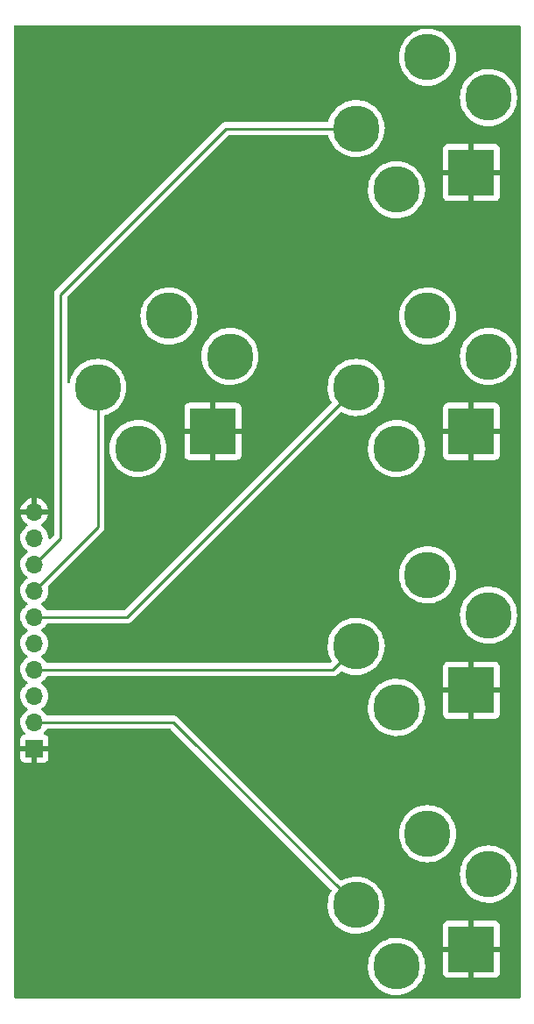
<source format=gbr>
G04 #@! TF.GenerationSoftware,KiCad,Pcbnew,(6.0.5)*
G04 #@! TF.CreationDate,2022-06-09T21:52:40-05:00*
G04 #@! TF.ProjectId,TuringJack,54757269-6e67-44a6-9163-6b2e6b696361,rev?*
G04 #@! TF.SameCoordinates,Original*
G04 #@! TF.FileFunction,Copper,L1,Top*
G04 #@! TF.FilePolarity,Positive*
%FSLAX46Y46*%
G04 Gerber Fmt 4.6, Leading zero omitted, Abs format (unit mm)*
G04 Created by KiCad (PCBNEW (6.0.5)) date 2022-06-09 21:52:40*
%MOMM*%
%LPD*%
G01*
G04 APERTURE LIST*
G04 #@! TA.AperFunction,ComponentPad*
%ADD10C,4.500001*%
G04 #@! TD*
G04 #@! TA.AperFunction,ComponentPad*
%ADD11R,4.500001X4.500001*%
G04 #@! TD*
G04 #@! TA.AperFunction,ComponentPad*
%ADD12C,4.500000*%
G04 #@! TD*
G04 #@! TA.AperFunction,ComponentPad*
%ADD13R,1.700000X1.700000*%
G04 #@! TD*
G04 #@! TA.AperFunction,ComponentPad*
%ADD14O,1.700000X1.700000*%
G04 #@! TD*
G04 #@! TA.AperFunction,Conductor*
%ADD15C,0.250000*%
G04 #@! TD*
G04 APERTURE END LIST*
D10*
X210500000Y-126100000D03*
X216400000Y-130000000D03*
D11*
X214740000Y-137240000D03*
D12*
X203600000Y-133000000D03*
X207500000Y-138900000D03*
D13*
X172475000Y-117860000D03*
D14*
X172475000Y-115320000D03*
X172475000Y-112780000D03*
X172475000Y-110240000D03*
X172475000Y-107700000D03*
X172475000Y-105160000D03*
X172475000Y-102620000D03*
X172475000Y-100080000D03*
X172475000Y-97540000D03*
X172475000Y-95000000D03*
D10*
X210500000Y-76100000D03*
X216400000Y-80000000D03*
D11*
X214740000Y-87240000D03*
D12*
X203600000Y-83000000D03*
X207500000Y-88900000D03*
D10*
X210500000Y-51100000D03*
X216400000Y-55000000D03*
D11*
X214740000Y-62240000D03*
D12*
X203600000Y-58000000D03*
X207500000Y-63900000D03*
D10*
X210500000Y-101100000D03*
X216400000Y-105000000D03*
D11*
X214740000Y-112240000D03*
D12*
X203600000Y-108000000D03*
X207500000Y-113900000D03*
D10*
X185500000Y-76100000D03*
X191400000Y-80000000D03*
D11*
X189740000Y-87240000D03*
D12*
X178600000Y-83000000D03*
X182500000Y-88900000D03*
D15*
X185920000Y-115320000D02*
X203600000Y-133000000D01*
X172475000Y-115320000D02*
X185920000Y-115320000D01*
X172475000Y-110240000D02*
X201360000Y-110240000D01*
X201360000Y-110240000D02*
X203600000Y-108000000D01*
X172475000Y-105160000D02*
X181440000Y-105160000D01*
X181440000Y-105160000D02*
X203600000Y-83000000D01*
X172475000Y-102620000D02*
X178600000Y-96495000D01*
X178600000Y-96495000D02*
X178600000Y-83000000D01*
X175000000Y-74000000D02*
X191000000Y-58000000D01*
X175000000Y-97555000D02*
X175000000Y-74000000D01*
X172475000Y-100080000D02*
X175000000Y-97555000D01*
X191000000Y-58000000D02*
X203600000Y-58000000D01*
G04 #@! TA.AperFunction,Conductor*
G36*
X219433621Y-48028502D02*
G01*
X219480114Y-48082158D01*
X219491500Y-48134500D01*
X219491500Y-141865500D01*
X219471498Y-141933621D01*
X219417842Y-141980114D01*
X219365500Y-141991500D01*
X170634500Y-141991500D01*
X170566379Y-141971498D01*
X170519886Y-141917842D01*
X170508500Y-141865500D01*
X170508500Y-138871061D01*
X204736610Y-138871061D01*
X204753147Y-139203255D01*
X204753788Y-139206986D01*
X204753789Y-139206994D01*
X204768586Y-139293103D01*
X204809474Y-139531057D01*
X204810562Y-139534696D01*
X204810563Y-139534699D01*
X204903580Y-139845724D01*
X204904774Y-139849718D01*
X204906287Y-139853189D01*
X204906289Y-139853195D01*
X204997458Y-140062370D01*
X205037666Y-140154622D01*
X205206226Y-140441352D01*
X205208527Y-140444367D01*
X205405712Y-140702742D01*
X205405717Y-140702748D01*
X205408012Y-140705755D01*
X205640102Y-140944002D01*
X205899132Y-141152640D01*
X206181352Y-141328648D01*
X206482672Y-141469476D01*
X206798729Y-141573085D01*
X207124944Y-141637973D01*
X207128716Y-141638260D01*
X207128724Y-141638261D01*
X207452815Y-141662914D01*
X207452820Y-141662914D01*
X207456592Y-141663201D01*
X207788869Y-141648403D01*
X207793401Y-141647649D01*
X208113220Y-141594417D01*
X208113225Y-141594416D01*
X208116961Y-141593794D01*
X208436116Y-141500164D01*
X208439583Y-141498674D01*
X208439587Y-141498673D01*
X208738228Y-141370366D01*
X208738230Y-141370365D01*
X208741712Y-141368869D01*
X209029321Y-141201813D01*
X209032343Y-141199532D01*
X209032347Y-141199529D01*
X209291753Y-141003697D01*
X209291754Y-141003696D01*
X209294777Y-141001414D01*
X209534235Y-140770575D01*
X209744227Y-140512641D01*
X209921710Y-140231347D01*
X210064114Y-139930767D01*
X210169377Y-139615257D01*
X210185846Y-139534669D01*
X211982001Y-139534669D01*
X211982371Y-139541490D01*
X211987895Y-139592352D01*
X211991521Y-139607604D01*
X212036676Y-139728054D01*
X212045214Y-139743649D01*
X212121715Y-139845724D01*
X212134276Y-139858285D01*
X212236351Y-139934786D01*
X212251946Y-139943324D01*
X212372394Y-139988478D01*
X212387649Y-139992105D01*
X212438514Y-139997631D01*
X212445328Y-139998000D01*
X214467885Y-139998000D01*
X214483124Y-139993525D01*
X214484329Y-139992135D01*
X214486000Y-139984452D01*
X214486000Y-139979884D01*
X214994000Y-139979884D01*
X214998475Y-139995123D01*
X214999865Y-139996328D01*
X215007548Y-139997999D01*
X217034669Y-139997999D01*
X217041490Y-139997629D01*
X217092352Y-139992105D01*
X217107604Y-139988479D01*
X217228054Y-139943324D01*
X217243649Y-139934786D01*
X217345724Y-139858285D01*
X217358285Y-139845724D01*
X217434786Y-139743649D01*
X217443324Y-139728054D01*
X217488478Y-139607606D01*
X217492105Y-139592351D01*
X217497631Y-139541486D01*
X217498000Y-139534672D01*
X217498000Y-137512115D01*
X217493525Y-137496876D01*
X217492135Y-137495671D01*
X217484452Y-137494000D01*
X215012115Y-137494000D01*
X214996876Y-137498475D01*
X214995671Y-137499865D01*
X214994000Y-137507548D01*
X214994000Y-139979884D01*
X214486000Y-139979884D01*
X214486000Y-137512115D01*
X214481525Y-137496876D01*
X214480135Y-137495671D01*
X214472452Y-137494000D01*
X212000116Y-137494000D01*
X211984877Y-137498475D01*
X211983672Y-137499865D01*
X211982001Y-137507548D01*
X211982001Y-139534669D01*
X210185846Y-139534669D01*
X210235972Y-139289386D01*
X210262936Y-138957875D01*
X210263542Y-138900000D01*
X210262026Y-138874853D01*
X210243755Y-138571772D01*
X210243754Y-138571765D01*
X210243527Y-138567997D01*
X210183770Y-138240803D01*
X210085139Y-137923157D01*
X209949061Y-137619662D01*
X209864108Y-137478555D01*
X209779466Y-137337966D01*
X209779462Y-137337960D01*
X209777507Y-137334713D01*
X209775180Y-137331729D01*
X209775175Y-137331722D01*
X209575294Y-137075425D01*
X209575288Y-137075418D01*
X209572963Y-137072437D01*
X209468957Y-136967885D01*
X211982000Y-136967885D01*
X211986475Y-136983124D01*
X211987865Y-136984329D01*
X211995548Y-136986000D01*
X214467885Y-136986000D01*
X214483124Y-136981525D01*
X214484329Y-136980135D01*
X214486000Y-136972452D01*
X214486000Y-136967885D01*
X214994000Y-136967885D01*
X214998475Y-136983124D01*
X214999865Y-136984329D01*
X215007548Y-136986000D01*
X217479884Y-136986000D01*
X217495123Y-136981525D01*
X217496328Y-136980135D01*
X217497999Y-136972452D01*
X217497999Y-134945331D01*
X217497629Y-134938510D01*
X217492105Y-134887648D01*
X217488479Y-134872396D01*
X217443324Y-134751946D01*
X217434786Y-134736351D01*
X217358285Y-134634276D01*
X217345724Y-134621715D01*
X217243649Y-134545214D01*
X217228054Y-134536676D01*
X217107606Y-134491522D01*
X217092351Y-134487895D01*
X217041486Y-134482369D01*
X217034672Y-134482000D01*
X215012115Y-134482000D01*
X214996876Y-134486475D01*
X214995671Y-134487865D01*
X214994000Y-134495548D01*
X214994000Y-136967885D01*
X214486000Y-136967885D01*
X214486000Y-134500116D01*
X214481525Y-134484877D01*
X214480135Y-134483672D01*
X214472452Y-134482001D01*
X212445331Y-134482001D01*
X212438510Y-134482371D01*
X212387648Y-134487895D01*
X212372396Y-134491521D01*
X212251946Y-134536676D01*
X212236351Y-134545214D01*
X212134276Y-134621715D01*
X212121715Y-134634276D01*
X212045214Y-134736351D01*
X212036676Y-134751946D01*
X211991522Y-134872394D01*
X211987895Y-134887649D01*
X211982369Y-134938514D01*
X211982000Y-134945328D01*
X211982000Y-136967885D01*
X209468957Y-136967885D01*
X209338392Y-136836634D01*
X209077191Y-136630720D01*
X208793144Y-136457677D01*
X208672046Y-136402617D01*
X208493817Y-136321580D01*
X208493809Y-136321577D01*
X208490365Y-136320011D01*
X208173240Y-136219718D01*
X207950896Y-136177906D01*
X207850087Y-136158949D01*
X207850085Y-136158949D01*
X207846364Y-136158249D01*
X207514470Y-136136496D01*
X207510690Y-136136704D01*
X207510689Y-136136704D01*
X207412918Y-136142085D01*
X207182366Y-136154773D01*
X207178639Y-136155434D01*
X207178635Y-136155434D01*
X206919510Y-136201358D01*
X206854864Y-136212815D01*
X206851239Y-136213920D01*
X206851234Y-136213921D01*
X206643683Y-136277178D01*
X206536707Y-136309782D01*
X206533243Y-136311313D01*
X206533236Y-136311316D01*
X206346051Y-136394070D01*
X206232503Y-136444269D01*
X206229249Y-136446205D01*
X206229243Y-136446208D01*
X205949918Y-136612389D01*
X205946659Y-136614328D01*
X205683316Y-136817496D01*
X205446288Y-137050829D01*
X205239009Y-137310949D01*
X205064481Y-137594086D01*
X204925232Y-137896140D01*
X204924073Y-137899740D01*
X204924070Y-137899747D01*
X204915368Y-137926771D01*
X204823280Y-138212735D01*
X204760100Y-138539285D01*
X204759833Y-138543061D01*
X204759832Y-138543066D01*
X204758067Y-138567997D01*
X204736610Y-138871061D01*
X170508500Y-138871061D01*
X170508500Y-118754669D01*
X171117001Y-118754669D01*
X171117371Y-118761490D01*
X171122895Y-118812352D01*
X171126521Y-118827604D01*
X171171676Y-118948054D01*
X171180214Y-118963649D01*
X171256715Y-119065724D01*
X171269276Y-119078285D01*
X171371351Y-119154786D01*
X171386946Y-119163324D01*
X171507394Y-119208478D01*
X171522649Y-119212105D01*
X171573514Y-119217631D01*
X171580328Y-119218000D01*
X172202885Y-119218000D01*
X172218124Y-119213525D01*
X172219329Y-119212135D01*
X172221000Y-119204452D01*
X172221000Y-119199884D01*
X172729000Y-119199884D01*
X172733475Y-119215123D01*
X172734865Y-119216328D01*
X172742548Y-119217999D01*
X173369669Y-119217999D01*
X173376490Y-119217629D01*
X173427352Y-119212105D01*
X173442604Y-119208479D01*
X173563054Y-119163324D01*
X173578649Y-119154786D01*
X173680724Y-119078285D01*
X173693285Y-119065724D01*
X173769786Y-118963649D01*
X173778324Y-118948054D01*
X173823478Y-118827606D01*
X173827105Y-118812351D01*
X173832631Y-118761486D01*
X173833000Y-118754672D01*
X173833000Y-118132115D01*
X173828525Y-118116876D01*
X173827135Y-118115671D01*
X173819452Y-118114000D01*
X172747115Y-118114000D01*
X172731876Y-118118475D01*
X172730671Y-118119865D01*
X172729000Y-118127548D01*
X172729000Y-119199884D01*
X172221000Y-119199884D01*
X172221000Y-118132115D01*
X172216525Y-118116876D01*
X172215135Y-118115671D01*
X172207452Y-118114000D01*
X171135116Y-118114000D01*
X171119877Y-118118475D01*
X171118672Y-118119865D01*
X171117001Y-118127548D01*
X171117001Y-118754669D01*
X170508500Y-118754669D01*
X170508500Y-115286695D01*
X171112251Y-115286695D01*
X171125110Y-115509715D01*
X171126247Y-115514761D01*
X171126248Y-115514767D01*
X171150304Y-115621508D01*
X171174222Y-115727639D01*
X171258266Y-115934616D01*
X171374987Y-116125088D01*
X171521250Y-116293938D01*
X171525225Y-116297238D01*
X171525231Y-116297244D01*
X171530425Y-116301556D01*
X171570059Y-116360460D01*
X171571555Y-116431441D01*
X171534439Y-116491962D01*
X171494168Y-116516480D01*
X171386946Y-116556676D01*
X171371351Y-116565214D01*
X171269276Y-116641715D01*
X171256715Y-116654276D01*
X171180214Y-116756351D01*
X171171676Y-116771946D01*
X171126522Y-116892394D01*
X171122895Y-116907649D01*
X171117369Y-116958514D01*
X171117000Y-116965328D01*
X171117000Y-117587885D01*
X171121475Y-117603124D01*
X171122865Y-117604329D01*
X171130548Y-117606000D01*
X173814884Y-117606000D01*
X173830123Y-117601525D01*
X173831328Y-117600135D01*
X173832999Y-117592452D01*
X173832999Y-116965331D01*
X173832629Y-116958510D01*
X173827105Y-116907648D01*
X173823479Y-116892396D01*
X173778324Y-116771946D01*
X173769786Y-116756351D01*
X173693285Y-116654276D01*
X173680724Y-116641715D01*
X173578649Y-116565214D01*
X173563054Y-116556676D01*
X173452813Y-116515348D01*
X173396049Y-116472706D01*
X173371349Y-116406145D01*
X173386557Y-116336796D01*
X173408104Y-116308115D01*
X173509430Y-116207144D01*
X173509440Y-116207132D01*
X173513096Y-116203489D01*
X173551346Y-116150259D01*
X173640435Y-116026277D01*
X173643453Y-116022077D01*
X173645746Y-116017437D01*
X173647446Y-116014608D01*
X173699674Y-115966518D01*
X173755451Y-115953500D01*
X185605406Y-115953500D01*
X185673527Y-115973502D01*
X185694501Y-115990405D01*
X201183174Y-131479079D01*
X201217200Y-131541391D01*
X201212135Y-131612206D01*
X201201340Y-131634289D01*
X201164481Y-131694086D01*
X201025232Y-131996140D01*
X201024073Y-131999740D01*
X201024070Y-131999747D01*
X200926797Y-132301813D01*
X200923280Y-132312735D01*
X200922561Y-132316451D01*
X200922559Y-132316459D01*
X200867957Y-132598673D01*
X200860100Y-132639285D01*
X200859833Y-132643061D01*
X200859832Y-132643066D01*
X200836878Y-132967272D01*
X200836610Y-132971061D01*
X200853147Y-133303255D01*
X200853788Y-133306986D01*
X200853789Y-133306994D01*
X200868586Y-133393103D01*
X200909474Y-133631057D01*
X201004774Y-133949718D01*
X201006287Y-133953189D01*
X201006289Y-133953195D01*
X201097458Y-134162370D01*
X201137666Y-134254622D01*
X201306226Y-134541352D01*
X201308527Y-134544367D01*
X201505712Y-134802742D01*
X201505717Y-134802748D01*
X201508012Y-134805755D01*
X201740102Y-135044002D01*
X201999132Y-135252640D01*
X202281352Y-135428648D01*
X202582672Y-135569476D01*
X202898729Y-135673085D01*
X203224944Y-135737973D01*
X203228716Y-135738260D01*
X203228724Y-135738261D01*
X203552815Y-135762914D01*
X203552820Y-135762914D01*
X203556592Y-135763201D01*
X203888869Y-135748403D01*
X203893401Y-135747649D01*
X204213220Y-135694417D01*
X204213225Y-135694416D01*
X204216961Y-135693794D01*
X204536116Y-135600164D01*
X204539583Y-135598674D01*
X204539587Y-135598673D01*
X204838228Y-135470366D01*
X204838230Y-135470365D01*
X204841712Y-135468869D01*
X205129321Y-135301813D01*
X205132343Y-135299532D01*
X205132347Y-135299529D01*
X205391753Y-135103697D01*
X205391754Y-135103696D01*
X205394777Y-135101414D01*
X205563763Y-134938510D01*
X205631508Y-134873204D01*
X205631509Y-134873203D01*
X205634235Y-134870575D01*
X205844227Y-134612641D01*
X206021710Y-134331347D01*
X206164114Y-134030767D01*
X206269377Y-133715257D01*
X206335972Y-133389386D01*
X206362936Y-133057875D01*
X206363542Y-133000000D01*
X206362026Y-132974853D01*
X206343755Y-132671772D01*
X206343754Y-132671765D01*
X206343527Y-132667997D01*
X206306811Y-132466962D01*
X206284451Y-132344530D01*
X206284450Y-132344525D01*
X206283770Y-132340803D01*
X206272256Y-132303719D01*
X206191611Y-132044002D01*
X206185139Y-132023157D01*
X206049061Y-131719662D01*
X205941709Y-131541352D01*
X205879466Y-131437966D01*
X205879462Y-131437960D01*
X205877507Y-131434713D01*
X205875180Y-131431729D01*
X205875175Y-131431722D01*
X205675294Y-131175425D01*
X205675288Y-131175418D01*
X205672963Y-131172437D01*
X205438392Y-130936634D01*
X205177191Y-130730720D01*
X204893144Y-130557677D01*
X204772046Y-130502617D01*
X204593817Y-130421580D01*
X204593809Y-130421577D01*
X204590365Y-130420011D01*
X204273240Y-130319718D01*
X204050896Y-130277906D01*
X203950087Y-130258949D01*
X203950085Y-130258949D01*
X203946364Y-130258249D01*
X203614470Y-130236496D01*
X203610690Y-130236704D01*
X203610689Y-130236704D01*
X203512918Y-130242085D01*
X203282366Y-130254773D01*
X203278639Y-130255434D01*
X203278635Y-130255434D01*
X203030191Y-130299465D01*
X202954864Y-130312815D01*
X202951239Y-130313920D01*
X202951234Y-130313921D01*
X202743683Y-130377178D01*
X202636707Y-130409782D01*
X202633243Y-130411313D01*
X202633236Y-130411316D01*
X202446051Y-130494070D01*
X202332503Y-130544269D01*
X202306657Y-130559646D01*
X202233438Y-130603206D01*
X202164667Y-130620846D01*
X202097277Y-130598505D01*
X202079920Y-130584016D01*
X201466965Y-129971061D01*
X213636610Y-129971061D01*
X213636799Y-129974853D01*
X213650907Y-130258249D01*
X213653147Y-130303255D01*
X213653788Y-130306986D01*
X213653789Y-130306994D01*
X213703881Y-130598505D01*
X213709474Y-130631057D01*
X213710562Y-130634696D01*
X213710563Y-130634699D01*
X213801664Y-130939318D01*
X213804774Y-130949718D01*
X213806287Y-130953189D01*
X213806289Y-130953195D01*
X213897458Y-131162370D01*
X213937666Y-131254622D01*
X214106226Y-131541352D01*
X214108527Y-131544367D01*
X214305712Y-131802742D01*
X214305717Y-131802748D01*
X214308012Y-131805755D01*
X214310656Y-131808469D01*
X214519796Y-132023157D01*
X214540102Y-132044002D01*
X214799132Y-132252640D01*
X215081352Y-132428648D01*
X215382672Y-132569476D01*
X215386281Y-132570659D01*
X215694724Y-132671772D01*
X215698729Y-132673085D01*
X216024944Y-132737973D01*
X216028716Y-132738260D01*
X216028724Y-132738261D01*
X216352815Y-132762914D01*
X216352820Y-132762914D01*
X216356592Y-132763201D01*
X216688869Y-132748403D01*
X216693401Y-132747649D01*
X217013220Y-132694417D01*
X217013225Y-132694416D01*
X217016961Y-132693794D01*
X217336116Y-132600164D01*
X217339583Y-132598674D01*
X217339587Y-132598673D01*
X217638228Y-132470366D01*
X217638230Y-132470365D01*
X217641712Y-132468869D01*
X217929321Y-132301813D01*
X217932343Y-132299532D01*
X217932347Y-132299529D01*
X218191753Y-132103697D01*
X218191754Y-132103696D01*
X218194777Y-132101414D01*
X218434235Y-131870575D01*
X218644227Y-131612641D01*
X218821710Y-131331347D01*
X218964114Y-131030767D01*
X218995520Y-130936634D01*
X219068180Y-130718844D01*
X219069377Y-130715257D01*
X219135972Y-130389386D01*
X219162936Y-130057875D01*
X219163542Y-130000000D01*
X219162026Y-129974853D01*
X219143755Y-129671772D01*
X219143754Y-129671765D01*
X219143527Y-129667997D01*
X219083770Y-129340803D01*
X218985139Y-129023157D01*
X218849061Y-128719662D01*
X218757128Y-128566962D01*
X218679466Y-128437966D01*
X218679462Y-128437960D01*
X218677507Y-128434713D01*
X218675180Y-128431729D01*
X218675175Y-128431722D01*
X218475294Y-128175425D01*
X218475288Y-128175418D01*
X218472963Y-128172437D01*
X218238392Y-127936634D01*
X217977191Y-127730720D01*
X217693144Y-127557677D01*
X217572046Y-127502617D01*
X217393817Y-127421580D01*
X217393809Y-127421577D01*
X217390365Y-127420011D01*
X217073240Y-127319718D01*
X216850896Y-127277906D01*
X216750087Y-127258949D01*
X216750085Y-127258949D01*
X216746364Y-127258249D01*
X216414470Y-127236496D01*
X216410690Y-127236704D01*
X216410689Y-127236704D01*
X216312918Y-127242085D01*
X216082366Y-127254773D01*
X216078639Y-127255434D01*
X216078635Y-127255434D01*
X215819510Y-127301358D01*
X215754864Y-127312815D01*
X215751239Y-127313920D01*
X215751234Y-127313921D01*
X215606946Y-127357897D01*
X215436707Y-127409782D01*
X215433243Y-127411313D01*
X215433236Y-127411316D01*
X215246051Y-127494070D01*
X215132503Y-127544269D01*
X215129249Y-127546205D01*
X215129243Y-127546208D01*
X214964253Y-127644367D01*
X214846659Y-127714328D01*
X214583316Y-127917496D01*
X214346288Y-128150829D01*
X214139009Y-128410949D01*
X213964481Y-128694086D01*
X213825232Y-128996140D01*
X213824073Y-128999740D01*
X213824070Y-128999747D01*
X213815368Y-129026771D01*
X213723280Y-129312735D01*
X213660100Y-129639285D01*
X213659833Y-129643061D01*
X213659832Y-129643066D01*
X213658067Y-129667997D01*
X213636610Y-129971061D01*
X201466965Y-129971061D01*
X197566965Y-126071061D01*
X207736610Y-126071061D01*
X207753147Y-126403255D01*
X207753788Y-126406986D01*
X207753789Y-126406994D01*
X207768586Y-126493103D01*
X207809474Y-126731057D01*
X207904774Y-127049718D01*
X207906287Y-127053189D01*
X207906289Y-127053195D01*
X207986181Y-127236496D01*
X208037666Y-127354622D01*
X208039589Y-127357893D01*
X208039591Y-127357897D01*
X208080749Y-127427909D01*
X208206226Y-127641352D01*
X208208527Y-127644367D01*
X208405712Y-127902742D01*
X208405717Y-127902748D01*
X208408012Y-127905755D01*
X208640102Y-128144002D01*
X208899132Y-128352640D01*
X209181352Y-128528648D01*
X209482672Y-128669476D01*
X209798729Y-128773085D01*
X210124944Y-128837973D01*
X210128716Y-128838260D01*
X210128724Y-128838261D01*
X210452815Y-128862914D01*
X210452820Y-128862914D01*
X210456592Y-128863201D01*
X210788869Y-128848403D01*
X210793401Y-128847649D01*
X211113220Y-128794417D01*
X211113225Y-128794416D01*
X211116961Y-128793794D01*
X211436116Y-128700164D01*
X211439583Y-128698674D01*
X211439587Y-128698673D01*
X211738228Y-128570366D01*
X211738230Y-128570365D01*
X211741712Y-128568869D01*
X212029321Y-128401813D01*
X212032343Y-128399532D01*
X212032347Y-128399529D01*
X212291753Y-128203697D01*
X212291754Y-128203696D01*
X212294777Y-128201414D01*
X212534235Y-127970575D01*
X212744227Y-127712641D01*
X212921710Y-127431347D01*
X213064114Y-127130767D01*
X213169377Y-126815257D01*
X213235972Y-126489386D01*
X213262936Y-126157875D01*
X213263542Y-126100000D01*
X213262026Y-126074853D01*
X213243755Y-125771772D01*
X213243754Y-125771765D01*
X213243527Y-125767997D01*
X213183770Y-125440803D01*
X213085139Y-125123157D01*
X212949061Y-124819662D01*
X212864108Y-124678555D01*
X212779466Y-124537966D01*
X212779462Y-124537960D01*
X212777507Y-124534713D01*
X212775180Y-124531729D01*
X212775175Y-124531722D01*
X212575294Y-124275425D01*
X212575288Y-124275418D01*
X212572963Y-124272437D01*
X212338392Y-124036634D01*
X212077191Y-123830720D01*
X211793144Y-123657677D01*
X211672046Y-123602617D01*
X211493817Y-123521580D01*
X211493809Y-123521577D01*
X211490365Y-123520011D01*
X211173240Y-123419718D01*
X210950896Y-123377906D01*
X210850087Y-123358949D01*
X210850085Y-123358949D01*
X210846364Y-123358249D01*
X210514470Y-123336496D01*
X210510690Y-123336704D01*
X210510689Y-123336704D01*
X210412918Y-123342085D01*
X210182366Y-123354773D01*
X210178639Y-123355434D01*
X210178635Y-123355434D01*
X209919510Y-123401358D01*
X209854864Y-123412815D01*
X209851239Y-123413920D01*
X209851234Y-123413921D01*
X209643683Y-123477178D01*
X209536707Y-123509782D01*
X209533243Y-123511313D01*
X209533236Y-123511316D01*
X209346051Y-123594070D01*
X209232503Y-123644269D01*
X209229249Y-123646205D01*
X209229243Y-123646208D01*
X208949918Y-123812389D01*
X208946659Y-123814328D01*
X208683316Y-124017496D01*
X208446288Y-124250829D01*
X208239009Y-124510949D01*
X208064481Y-124794086D01*
X207925232Y-125096140D01*
X207924073Y-125099740D01*
X207924070Y-125099747D01*
X207915368Y-125126771D01*
X207823280Y-125412735D01*
X207760100Y-125739285D01*
X207759833Y-125743061D01*
X207759832Y-125743066D01*
X207758067Y-125767997D01*
X207736610Y-126071061D01*
X197566965Y-126071061D01*
X186423652Y-114927747D01*
X186416112Y-114919461D01*
X186412000Y-114912982D01*
X186362348Y-114866356D01*
X186359507Y-114863602D01*
X186339770Y-114843865D01*
X186336573Y-114841385D01*
X186327551Y-114833680D01*
X186301100Y-114808841D01*
X186295321Y-114803414D01*
X186288375Y-114799595D01*
X186288372Y-114799593D01*
X186277566Y-114793652D01*
X186261047Y-114782801D01*
X186260583Y-114782441D01*
X186245041Y-114770386D01*
X186237772Y-114767241D01*
X186237768Y-114767238D01*
X186204463Y-114752826D01*
X186193813Y-114747609D01*
X186155060Y-114726305D01*
X186135437Y-114721267D01*
X186116734Y-114714863D01*
X186105420Y-114709967D01*
X186105419Y-114709967D01*
X186098145Y-114706819D01*
X186090322Y-114705580D01*
X186090312Y-114705577D01*
X186054476Y-114699901D01*
X186042856Y-114697495D01*
X186007711Y-114688472D01*
X186007710Y-114688472D01*
X186000030Y-114686500D01*
X185979776Y-114686500D01*
X185960065Y-114684949D01*
X185947886Y-114683020D01*
X185940057Y-114681780D01*
X185932165Y-114682526D01*
X185896039Y-114685941D01*
X185884181Y-114686500D01*
X173751805Y-114686500D01*
X173683684Y-114666498D01*
X173646013Y-114628940D01*
X173557822Y-114492617D01*
X173557820Y-114492614D01*
X173555014Y-114488277D01*
X173404670Y-114323051D01*
X173400619Y-114319852D01*
X173400615Y-114319848D01*
X173233414Y-114187800D01*
X173233410Y-114187798D01*
X173229359Y-114184598D01*
X173188053Y-114161796D01*
X173138084Y-114111364D01*
X173123312Y-114041921D01*
X173148428Y-113975516D01*
X173175780Y-113948909D01*
X173244348Y-113900000D01*
X173284919Y-113871061D01*
X204736610Y-113871061D01*
X204737883Y-113896632D01*
X204752378Y-114187800D01*
X204753147Y-114203255D01*
X204753788Y-114206986D01*
X204753789Y-114206994D01*
X204802869Y-114492617D01*
X204809474Y-114531057D01*
X204810562Y-114534696D01*
X204810563Y-114534699D01*
X204903580Y-114845724D01*
X204904774Y-114849718D01*
X204906287Y-114853189D01*
X204906289Y-114853195D01*
X204996246Y-115059588D01*
X205037666Y-115154622D01*
X205206226Y-115441352D01*
X205208527Y-115444367D01*
X205405712Y-115702742D01*
X205405717Y-115702748D01*
X205408012Y-115705755D01*
X205433993Y-115732425D01*
X205635249Y-115939020D01*
X205640102Y-115944002D01*
X205899132Y-116152640D01*
X206040242Y-116240644D01*
X206119432Y-116290031D01*
X206181352Y-116328648D01*
X206482672Y-116469476D01*
X206486281Y-116470659D01*
X206774719Y-116565214D01*
X206798729Y-116573085D01*
X207124944Y-116637973D01*
X207128716Y-116638260D01*
X207128724Y-116638261D01*
X207452815Y-116662914D01*
X207452820Y-116662914D01*
X207456592Y-116663201D01*
X207788869Y-116648403D01*
X207829051Y-116641715D01*
X208113220Y-116594417D01*
X208113225Y-116594416D01*
X208116961Y-116593794D01*
X208436116Y-116500164D01*
X208439583Y-116498674D01*
X208439587Y-116498673D01*
X208738228Y-116370366D01*
X208738230Y-116370365D01*
X208741712Y-116368869D01*
X209029321Y-116201813D01*
X209032343Y-116199532D01*
X209032347Y-116199529D01*
X209291753Y-116003697D01*
X209291754Y-116003696D01*
X209294777Y-116001414D01*
X209534235Y-115770575D01*
X209744227Y-115512641D01*
X209921710Y-115231347D01*
X210064114Y-114930767D01*
X210068051Y-114918968D01*
X210149165Y-114675840D01*
X210169377Y-114615257D01*
X210185846Y-114534669D01*
X211982001Y-114534669D01*
X211982371Y-114541490D01*
X211987895Y-114592352D01*
X211991521Y-114607604D01*
X212036676Y-114728054D01*
X212045214Y-114743649D01*
X212121715Y-114845724D01*
X212134276Y-114858285D01*
X212236351Y-114934786D01*
X212251946Y-114943324D01*
X212372394Y-114988478D01*
X212387649Y-114992105D01*
X212438514Y-114997631D01*
X212445328Y-114998000D01*
X214467885Y-114998000D01*
X214483124Y-114993525D01*
X214484329Y-114992135D01*
X214486000Y-114984452D01*
X214486000Y-114979884D01*
X214994000Y-114979884D01*
X214998475Y-114995123D01*
X214999865Y-114996328D01*
X215007548Y-114997999D01*
X217034669Y-114997999D01*
X217041490Y-114997629D01*
X217092352Y-114992105D01*
X217107604Y-114988479D01*
X217228054Y-114943324D01*
X217243649Y-114934786D01*
X217345724Y-114858285D01*
X217358285Y-114845724D01*
X217434786Y-114743649D01*
X217443324Y-114728054D01*
X217488478Y-114607606D01*
X217492105Y-114592351D01*
X217497631Y-114541486D01*
X217498000Y-114534672D01*
X217498000Y-112512115D01*
X217493525Y-112496876D01*
X217492135Y-112495671D01*
X217484452Y-112494000D01*
X215012115Y-112494000D01*
X214996876Y-112498475D01*
X214995671Y-112499865D01*
X214994000Y-112507548D01*
X214994000Y-114979884D01*
X214486000Y-114979884D01*
X214486000Y-112512115D01*
X214481525Y-112496876D01*
X214480135Y-112495671D01*
X214472452Y-112494000D01*
X212000116Y-112494000D01*
X211984877Y-112498475D01*
X211983672Y-112499865D01*
X211982001Y-112507548D01*
X211982001Y-114534669D01*
X210185846Y-114534669D01*
X210235972Y-114289386D01*
X210262936Y-113957875D01*
X210263542Y-113900000D01*
X210262026Y-113874853D01*
X210243755Y-113571772D01*
X210243754Y-113571765D01*
X210243527Y-113567997D01*
X210209849Y-113383599D01*
X210184451Y-113244530D01*
X210184450Y-113244525D01*
X210183770Y-113240803D01*
X210168749Y-113192425D01*
X210101164Y-112974767D01*
X210085139Y-112923157D01*
X209949061Y-112619662D01*
X209781113Y-112340702D01*
X209779466Y-112337966D01*
X209779462Y-112337960D01*
X209777507Y-112334713D01*
X209775180Y-112331729D01*
X209775175Y-112331722D01*
X209575294Y-112075425D01*
X209575288Y-112075418D01*
X209572963Y-112072437D01*
X209468957Y-111967885D01*
X211982000Y-111967885D01*
X211986475Y-111983124D01*
X211987865Y-111984329D01*
X211995548Y-111986000D01*
X214467885Y-111986000D01*
X214483124Y-111981525D01*
X214484329Y-111980135D01*
X214486000Y-111972452D01*
X214486000Y-111967885D01*
X214994000Y-111967885D01*
X214998475Y-111983124D01*
X214999865Y-111984329D01*
X215007548Y-111986000D01*
X217479884Y-111986000D01*
X217495123Y-111981525D01*
X217496328Y-111980135D01*
X217497999Y-111972452D01*
X217497999Y-109945331D01*
X217497629Y-109938510D01*
X217492105Y-109887648D01*
X217488479Y-109872396D01*
X217443324Y-109751946D01*
X217434786Y-109736351D01*
X217358285Y-109634276D01*
X217345724Y-109621715D01*
X217243649Y-109545214D01*
X217228054Y-109536676D01*
X217107606Y-109491522D01*
X217092351Y-109487895D01*
X217041486Y-109482369D01*
X217034672Y-109482000D01*
X215012115Y-109482000D01*
X214996876Y-109486475D01*
X214995671Y-109487865D01*
X214994000Y-109495548D01*
X214994000Y-111967885D01*
X214486000Y-111967885D01*
X214486000Y-109500116D01*
X214481525Y-109484877D01*
X214480135Y-109483672D01*
X214472452Y-109482001D01*
X212445331Y-109482001D01*
X212438510Y-109482371D01*
X212387648Y-109487895D01*
X212372396Y-109491521D01*
X212251946Y-109536676D01*
X212236351Y-109545214D01*
X212134276Y-109621715D01*
X212121715Y-109634276D01*
X212045214Y-109736351D01*
X212036676Y-109751946D01*
X211991522Y-109872394D01*
X211987895Y-109887649D01*
X211982369Y-109938514D01*
X211982000Y-109945328D01*
X211982000Y-111967885D01*
X209468957Y-111967885D01*
X209338392Y-111836634D01*
X209077191Y-111630720D01*
X208793144Y-111457677D01*
X208576649Y-111359242D01*
X208493817Y-111321580D01*
X208493809Y-111321577D01*
X208490365Y-111320011D01*
X208173240Y-111219718D01*
X207950896Y-111177906D01*
X207850087Y-111158949D01*
X207850085Y-111158949D01*
X207846364Y-111158249D01*
X207514470Y-111136496D01*
X207510690Y-111136704D01*
X207510689Y-111136704D01*
X207412918Y-111142085D01*
X207182366Y-111154773D01*
X207178639Y-111155434D01*
X207178635Y-111155434D01*
X206919510Y-111201358D01*
X206854864Y-111212815D01*
X206851239Y-111213920D01*
X206851234Y-111213921D01*
X206643683Y-111277178D01*
X206536707Y-111309782D01*
X206533243Y-111311313D01*
X206533236Y-111311316D01*
X206346051Y-111394070D01*
X206232503Y-111444269D01*
X206229249Y-111446205D01*
X206229243Y-111446208D01*
X205949918Y-111612389D01*
X205946659Y-111614328D01*
X205943658Y-111616643D01*
X205943654Y-111616646D01*
X205903273Y-111647800D01*
X205683316Y-111817496D01*
X205446288Y-112050829D01*
X205239009Y-112310949D01*
X205064481Y-112594086D01*
X204925232Y-112896140D01*
X204924073Y-112899740D01*
X204924070Y-112899747D01*
X204829820Y-113192425D01*
X204823280Y-113212735D01*
X204822561Y-113216451D01*
X204822559Y-113216459D01*
X204760819Y-113535567D01*
X204760100Y-113539285D01*
X204759833Y-113543061D01*
X204759832Y-113543066D01*
X204740400Y-113817529D01*
X204736610Y-113871061D01*
X173284919Y-113871061D01*
X173354860Y-113821173D01*
X173513096Y-113663489D01*
X173572594Y-113580689D01*
X173640435Y-113486277D01*
X173643453Y-113482077D01*
X173742430Y-113281811D01*
X173807370Y-113068069D01*
X173836529Y-112846590D01*
X173838156Y-112780000D01*
X173819852Y-112557361D01*
X173765431Y-112340702D01*
X173676354Y-112135840D01*
X173555014Y-111948277D01*
X173404670Y-111783051D01*
X173400619Y-111779852D01*
X173400615Y-111779848D01*
X173233414Y-111647800D01*
X173233410Y-111647798D01*
X173229359Y-111644598D01*
X173188053Y-111621796D01*
X173138084Y-111571364D01*
X173123312Y-111501921D01*
X173148428Y-111435516D01*
X173175780Y-111408909D01*
X173219603Y-111377650D01*
X173354860Y-111281173D01*
X173513096Y-111123489D01*
X173572594Y-111040689D01*
X173640435Y-110946277D01*
X173643453Y-110942077D01*
X173645746Y-110937437D01*
X173647446Y-110934608D01*
X173699674Y-110886518D01*
X173755451Y-110873500D01*
X201281233Y-110873500D01*
X201292416Y-110874027D01*
X201299909Y-110875702D01*
X201307835Y-110875453D01*
X201307836Y-110875453D01*
X201367986Y-110873562D01*
X201371945Y-110873500D01*
X201399856Y-110873500D01*
X201403791Y-110873003D01*
X201403856Y-110872995D01*
X201415693Y-110872062D01*
X201447951Y-110871048D01*
X201451970Y-110870922D01*
X201459889Y-110870673D01*
X201479343Y-110865021D01*
X201498700Y-110861013D01*
X201510930Y-110859468D01*
X201510931Y-110859468D01*
X201518797Y-110858474D01*
X201526168Y-110855555D01*
X201526170Y-110855555D01*
X201559912Y-110842196D01*
X201571142Y-110838351D01*
X201605983Y-110828229D01*
X201605984Y-110828229D01*
X201613593Y-110826018D01*
X201620412Y-110821985D01*
X201620417Y-110821983D01*
X201631028Y-110815707D01*
X201648776Y-110807012D01*
X201667617Y-110799552D01*
X201703387Y-110773564D01*
X201713307Y-110767048D01*
X201744535Y-110748580D01*
X201744538Y-110748578D01*
X201751362Y-110744542D01*
X201765683Y-110730221D01*
X201780717Y-110717380D01*
X201790694Y-110710131D01*
X201797107Y-110705472D01*
X201825298Y-110671395D01*
X201833288Y-110662616D01*
X202078685Y-110417219D01*
X202140997Y-110383193D01*
X202211812Y-110388258D01*
X202234456Y-110399401D01*
X202281352Y-110428648D01*
X202582672Y-110569476D01*
X202586281Y-110570659D01*
X202893574Y-110671395D01*
X202898729Y-110673085D01*
X203224944Y-110737973D01*
X203228716Y-110738260D01*
X203228724Y-110738261D01*
X203552815Y-110762914D01*
X203552820Y-110762914D01*
X203556592Y-110763201D01*
X203888869Y-110748403D01*
X203945777Y-110738931D01*
X204213220Y-110694417D01*
X204213225Y-110694416D01*
X204216961Y-110693794D01*
X204536116Y-110600164D01*
X204539583Y-110598674D01*
X204539587Y-110598673D01*
X204838228Y-110470366D01*
X204838230Y-110470365D01*
X204841712Y-110468869D01*
X205129321Y-110301813D01*
X205132343Y-110299532D01*
X205132347Y-110299529D01*
X205391753Y-110103697D01*
X205391754Y-110103696D01*
X205394777Y-110101414D01*
X205563763Y-109938510D01*
X205631508Y-109873204D01*
X205631509Y-109873203D01*
X205634235Y-109870575D01*
X205844227Y-109612641D01*
X206021710Y-109331347D01*
X206063542Y-109243051D01*
X206092912Y-109181057D01*
X206164114Y-109030767D01*
X206175501Y-108996638D01*
X206259730Y-108744171D01*
X206269377Y-108715257D01*
X206335972Y-108389386D01*
X206362936Y-108057875D01*
X206363542Y-108000000D01*
X206363409Y-107997789D01*
X206343755Y-107671772D01*
X206343754Y-107671765D01*
X206343527Y-107667997D01*
X206303660Y-107449707D01*
X206284451Y-107344530D01*
X206284450Y-107344525D01*
X206283770Y-107340803D01*
X206272256Y-107303719D01*
X206191611Y-107044002D01*
X206185139Y-107023157D01*
X206049061Y-106719662D01*
X205957632Y-106567800D01*
X205879466Y-106437966D01*
X205879462Y-106437960D01*
X205877507Y-106434713D01*
X205875180Y-106431729D01*
X205875175Y-106431722D01*
X205675294Y-106175425D01*
X205675288Y-106175418D01*
X205672963Y-106172437D01*
X205438392Y-105936634D01*
X205177191Y-105730720D01*
X204893144Y-105557677D01*
X204772046Y-105502617D01*
X204593817Y-105421580D01*
X204593809Y-105421577D01*
X204590365Y-105420011D01*
X204273240Y-105319718D01*
X204050896Y-105277906D01*
X203950087Y-105258949D01*
X203950085Y-105258949D01*
X203946364Y-105258249D01*
X203614470Y-105236496D01*
X203610690Y-105236704D01*
X203610689Y-105236704D01*
X203512918Y-105242085D01*
X203282366Y-105254773D01*
X203278639Y-105255434D01*
X203278635Y-105255434D01*
X203030191Y-105299465D01*
X202954864Y-105312815D01*
X202951239Y-105313920D01*
X202951234Y-105313921D01*
X202817216Y-105354767D01*
X202636707Y-105409782D01*
X202633243Y-105411313D01*
X202633236Y-105411316D01*
X202446051Y-105494070D01*
X202332503Y-105544269D01*
X202329249Y-105546205D01*
X202329243Y-105546208D01*
X202087428Y-105690073D01*
X202046659Y-105714328D01*
X202043658Y-105716643D01*
X202043654Y-105716646D01*
X201963514Y-105778474D01*
X201783316Y-105917496D01*
X201546288Y-106150829D01*
X201339009Y-106410949D01*
X201164481Y-106694086D01*
X201025232Y-106996140D01*
X201024073Y-106999740D01*
X201024070Y-106999747D01*
X200926797Y-107301813D01*
X200923280Y-107312735D01*
X200922561Y-107316451D01*
X200922559Y-107316459D01*
X200867957Y-107598673D01*
X200860100Y-107639285D01*
X200859833Y-107643061D01*
X200859832Y-107643066D01*
X200836878Y-107967272D01*
X200836610Y-107971061D01*
X200853147Y-108303255D01*
X200853788Y-108306986D01*
X200853789Y-108306994D01*
X200888499Y-108508990D01*
X200909474Y-108631057D01*
X200910562Y-108634696D01*
X200910563Y-108634699D01*
X200942406Y-108741173D01*
X201004774Y-108949718D01*
X201006287Y-108953189D01*
X201006289Y-108953195D01*
X201071191Y-109102104D01*
X201137666Y-109254622D01*
X201139589Y-109257893D01*
X201139591Y-109257897D01*
X201203708Y-109366963D01*
X201220987Y-109435825D01*
X201198294Y-109503097D01*
X201184182Y-109519913D01*
X201134500Y-109569595D01*
X201072188Y-109603621D01*
X201045405Y-109606500D01*
X173751805Y-109606500D01*
X173683684Y-109586498D01*
X173646013Y-109548940D01*
X173557822Y-109412617D01*
X173557820Y-109412614D01*
X173555014Y-109408277D01*
X173404670Y-109243051D01*
X173400619Y-109239852D01*
X173400615Y-109239848D01*
X173233414Y-109107800D01*
X173233410Y-109107798D01*
X173229359Y-109104598D01*
X173188053Y-109081796D01*
X173138084Y-109031364D01*
X173123312Y-108961921D01*
X173148428Y-108895516D01*
X173175780Y-108868909D01*
X173219603Y-108837650D01*
X173354860Y-108741173D01*
X173513096Y-108583489D01*
X173572594Y-108500689D01*
X173640435Y-108406277D01*
X173643453Y-108402077D01*
X173649726Y-108389386D01*
X173740136Y-108206453D01*
X173740137Y-108206451D01*
X173742430Y-108201811D01*
X173807370Y-107988069D01*
X173836529Y-107766590D01*
X173836969Y-107748572D01*
X173838074Y-107703365D01*
X173838074Y-107703361D01*
X173838156Y-107700000D01*
X173819852Y-107477361D01*
X173765431Y-107260702D01*
X173676354Y-107055840D01*
X173635504Y-106992696D01*
X173557822Y-106872617D01*
X173557820Y-106872614D01*
X173555014Y-106868277D01*
X173404670Y-106703051D01*
X173400619Y-106699852D01*
X173400615Y-106699848D01*
X173233414Y-106567800D01*
X173233410Y-106567798D01*
X173229359Y-106564598D01*
X173188053Y-106541796D01*
X173138084Y-106491364D01*
X173123312Y-106421921D01*
X173148428Y-106355516D01*
X173175780Y-106328909D01*
X173219603Y-106297650D01*
X173354860Y-106201173D01*
X173513096Y-106043489D01*
X173572594Y-105960689D01*
X173640435Y-105866277D01*
X173643453Y-105862077D01*
X173645746Y-105857437D01*
X173647446Y-105854608D01*
X173699674Y-105806518D01*
X173755451Y-105793500D01*
X181361233Y-105793500D01*
X181372416Y-105794027D01*
X181379909Y-105795702D01*
X181387835Y-105795453D01*
X181387836Y-105795453D01*
X181447986Y-105793562D01*
X181451945Y-105793500D01*
X181479856Y-105793500D01*
X181483791Y-105793003D01*
X181483856Y-105792995D01*
X181495693Y-105792062D01*
X181527951Y-105791048D01*
X181531970Y-105790922D01*
X181539889Y-105790673D01*
X181559343Y-105785021D01*
X181578700Y-105781013D01*
X181590930Y-105779468D01*
X181590931Y-105779468D01*
X181598797Y-105778474D01*
X181606168Y-105775555D01*
X181606170Y-105775555D01*
X181639912Y-105762196D01*
X181651142Y-105758351D01*
X181685983Y-105748229D01*
X181685984Y-105748229D01*
X181693593Y-105746018D01*
X181700412Y-105741985D01*
X181700417Y-105741983D01*
X181711028Y-105735707D01*
X181728776Y-105727012D01*
X181747617Y-105719552D01*
X181754808Y-105714328D01*
X181783387Y-105693564D01*
X181793307Y-105687048D01*
X181824535Y-105668580D01*
X181824538Y-105668578D01*
X181831362Y-105664542D01*
X181845683Y-105650221D01*
X181860717Y-105637380D01*
X181870694Y-105630131D01*
X181877107Y-105625472D01*
X181905298Y-105591395D01*
X181913288Y-105582616D01*
X182524843Y-104971061D01*
X213636610Y-104971061D01*
X213636799Y-104974853D01*
X213650907Y-105258249D01*
X213653147Y-105303255D01*
X213653788Y-105306986D01*
X213653789Y-105306994D01*
X213702659Y-105591395D01*
X213709474Y-105631057D01*
X213710562Y-105634696D01*
X213710563Y-105634699D01*
X213801664Y-105939318D01*
X213804774Y-105949718D01*
X213806287Y-105953189D01*
X213806289Y-105953195D01*
X213845644Y-106043489D01*
X213937666Y-106254622D01*
X214106226Y-106541352D01*
X214108527Y-106544367D01*
X214305712Y-106802742D01*
X214305717Y-106802748D01*
X214308012Y-106805755D01*
X214310656Y-106808469D01*
X214523228Y-107026680D01*
X214540102Y-107044002D01*
X214799132Y-107252640D01*
X215081352Y-107428648D01*
X215382672Y-107569476D01*
X215386281Y-107570659D01*
X215694965Y-107671851D01*
X215698729Y-107673085D01*
X216024944Y-107737973D01*
X216028716Y-107738260D01*
X216028724Y-107738261D01*
X216352815Y-107762914D01*
X216352820Y-107762914D01*
X216356592Y-107763201D01*
X216688869Y-107748403D01*
X216693401Y-107747649D01*
X217013220Y-107694417D01*
X217013225Y-107694416D01*
X217016961Y-107693794D01*
X217336116Y-107600164D01*
X217339583Y-107598674D01*
X217339587Y-107598673D01*
X217638228Y-107470366D01*
X217638230Y-107470365D01*
X217641712Y-107468869D01*
X217929321Y-107301813D01*
X217932343Y-107299532D01*
X217932347Y-107299529D01*
X218191753Y-107103697D01*
X218191754Y-107103696D01*
X218194777Y-107101414D01*
X218434235Y-106870575D01*
X218644227Y-106612641D01*
X218773358Y-106407981D01*
X218819683Y-106334560D01*
X218819685Y-106334557D01*
X218821710Y-106331347D01*
X218846396Y-106279242D01*
X218962485Y-106034205D01*
X218964114Y-106030767D01*
X218986027Y-105965088D01*
X219054446Y-105760010D01*
X219069377Y-105715257D01*
X219135972Y-105389386D01*
X219162936Y-105057875D01*
X219163542Y-105000000D01*
X219162026Y-104974853D01*
X219143755Y-104671772D01*
X219143754Y-104671765D01*
X219143527Y-104667997D01*
X219083770Y-104340803D01*
X219081229Y-104332617D01*
X218986261Y-104026771D01*
X218985139Y-104023157D01*
X218849061Y-103719662D01*
X218757128Y-103566962D01*
X218679466Y-103437966D01*
X218679462Y-103437960D01*
X218677507Y-103434713D01*
X218675180Y-103431729D01*
X218675175Y-103431722D01*
X218475294Y-103175425D01*
X218475288Y-103175418D01*
X218472963Y-103172437D01*
X218238392Y-102936634D01*
X217977191Y-102730720D01*
X217693144Y-102557677D01*
X217572046Y-102502617D01*
X217393817Y-102421580D01*
X217393809Y-102421577D01*
X217390365Y-102420011D01*
X217073240Y-102319718D01*
X216850896Y-102277906D01*
X216750087Y-102258949D01*
X216750085Y-102258949D01*
X216746364Y-102258249D01*
X216414470Y-102236496D01*
X216410690Y-102236704D01*
X216410689Y-102236704D01*
X216312918Y-102242085D01*
X216082366Y-102254773D01*
X216078639Y-102255434D01*
X216078635Y-102255434D01*
X215819510Y-102301358D01*
X215754864Y-102312815D01*
X215751239Y-102313920D01*
X215751234Y-102313921D01*
X215585051Y-102364570D01*
X215436707Y-102409782D01*
X215433243Y-102411313D01*
X215433236Y-102411316D01*
X215246051Y-102494070D01*
X215132503Y-102544269D01*
X215129249Y-102546205D01*
X215129243Y-102546208D01*
X214964253Y-102644367D01*
X214846659Y-102714328D01*
X214583316Y-102917496D01*
X214580617Y-102920152D01*
X214580618Y-102920152D01*
X214375766Y-103121811D01*
X214346288Y-103150829D01*
X214139009Y-103410949D01*
X213964481Y-103694086D01*
X213825232Y-103996140D01*
X213824073Y-103999740D01*
X213824070Y-103999747D01*
X213725316Y-104306411D01*
X213723280Y-104312735D01*
X213722561Y-104316451D01*
X213722559Y-104316459D01*
X213682478Y-104523621D01*
X213660100Y-104639285D01*
X213659833Y-104643061D01*
X213659832Y-104643066D01*
X213640954Y-104909707D01*
X213636610Y-104971061D01*
X182524843Y-104971061D01*
X186424843Y-101071061D01*
X207736610Y-101071061D01*
X207753147Y-101403255D01*
X207753788Y-101406986D01*
X207753789Y-101406994D01*
X207787706Y-101604373D01*
X207809474Y-101731057D01*
X207810562Y-101734696D01*
X207810563Y-101734699D01*
X207817652Y-101758401D01*
X207904774Y-102049718D01*
X207906287Y-102053189D01*
X207906289Y-102053195D01*
X207955444Y-102165974D01*
X208037666Y-102354622D01*
X208039589Y-102357893D01*
X208039591Y-102357897D01*
X208080749Y-102427909D01*
X208206226Y-102641352D01*
X208208527Y-102644367D01*
X208405712Y-102902742D01*
X208405717Y-102902748D01*
X208408012Y-102905755D01*
X208419450Y-102917496D01*
X208623007Y-103126453D01*
X208640102Y-103144002D01*
X208899132Y-103352640D01*
X209181352Y-103528648D01*
X209482672Y-103669476D01*
X209486281Y-103670659D01*
X209695492Y-103739242D01*
X209798729Y-103773085D01*
X210124944Y-103837973D01*
X210128716Y-103838260D01*
X210128724Y-103838261D01*
X210452815Y-103862914D01*
X210452820Y-103862914D01*
X210456592Y-103863201D01*
X210788869Y-103848403D01*
X210793401Y-103847649D01*
X211113220Y-103794417D01*
X211113225Y-103794416D01*
X211116961Y-103793794D01*
X211436116Y-103700164D01*
X211439583Y-103698674D01*
X211439587Y-103698673D01*
X211738228Y-103570366D01*
X211738230Y-103570365D01*
X211741712Y-103568869D01*
X212029321Y-103401813D01*
X212032343Y-103399532D01*
X212032347Y-103399529D01*
X212291753Y-103203697D01*
X212291754Y-103203696D01*
X212294777Y-103201414D01*
X212534235Y-102970575D01*
X212744227Y-102712641D01*
X212921710Y-102431347D01*
X212937812Y-102397361D01*
X213055331Y-102149305D01*
X213064114Y-102130767D01*
X213169377Y-101815257D01*
X213235972Y-101489386D01*
X213262936Y-101157875D01*
X213263542Y-101100000D01*
X213262026Y-101074853D01*
X213243755Y-100771772D01*
X213243754Y-100771765D01*
X213243527Y-100767997D01*
X213183770Y-100440803D01*
X213129042Y-100264547D01*
X213092415Y-100146590D01*
X213085139Y-100123157D01*
X212949061Y-99819662D01*
X212819589Y-99604610D01*
X212779466Y-99537966D01*
X212779462Y-99537960D01*
X212777507Y-99534713D01*
X212775180Y-99531729D01*
X212775175Y-99531722D01*
X212575294Y-99275425D01*
X212575288Y-99275418D01*
X212572963Y-99272437D01*
X212338392Y-99036634D01*
X212077191Y-98830720D01*
X211793144Y-98657677D01*
X211672046Y-98602617D01*
X211493817Y-98521580D01*
X211493809Y-98521577D01*
X211490365Y-98520011D01*
X211173240Y-98419718D01*
X210950896Y-98377906D01*
X210850087Y-98358949D01*
X210850085Y-98358949D01*
X210846364Y-98358249D01*
X210514470Y-98336496D01*
X210510690Y-98336704D01*
X210510689Y-98336704D01*
X210412918Y-98342085D01*
X210182366Y-98354773D01*
X210178639Y-98355434D01*
X210178635Y-98355434D01*
X209919510Y-98401358D01*
X209854864Y-98412815D01*
X209851239Y-98413920D01*
X209851234Y-98413921D01*
X209643683Y-98477178D01*
X209536707Y-98509782D01*
X209533243Y-98511313D01*
X209533236Y-98511316D01*
X209346051Y-98594070D01*
X209232503Y-98644269D01*
X209229249Y-98646205D01*
X209229243Y-98646208D01*
X208949918Y-98812389D01*
X208946659Y-98814328D01*
X208943658Y-98816643D01*
X208943654Y-98816646D01*
X208927972Y-98828745D01*
X208683316Y-99017496D01*
X208680617Y-99020152D01*
X208680618Y-99020152D01*
X208479230Y-99218401D01*
X208446288Y-99250829D01*
X208239009Y-99510949D01*
X208064481Y-99794086D01*
X207925232Y-100096140D01*
X207924073Y-100099740D01*
X207924070Y-100099747D01*
X207826721Y-100402049D01*
X207823280Y-100412735D01*
X207822561Y-100416451D01*
X207822559Y-100416459D01*
X207768742Y-100694616D01*
X207760100Y-100739285D01*
X207759833Y-100743061D01*
X207759832Y-100743066D01*
X207736878Y-101067272D01*
X207736610Y-101071061D01*
X186424843Y-101071061D01*
X198624843Y-88871061D01*
X204736610Y-88871061D01*
X204753147Y-89203255D01*
X204753788Y-89206986D01*
X204753789Y-89206994D01*
X204768586Y-89293103D01*
X204809474Y-89531057D01*
X204810562Y-89534696D01*
X204810563Y-89534699D01*
X204903580Y-89845724D01*
X204904774Y-89849718D01*
X204906287Y-89853189D01*
X204906289Y-89853195D01*
X204997458Y-90062370D01*
X205037666Y-90154622D01*
X205206226Y-90441352D01*
X205208527Y-90444367D01*
X205405712Y-90702742D01*
X205405717Y-90702748D01*
X205408012Y-90705755D01*
X205640102Y-90944002D01*
X205899132Y-91152640D01*
X206181352Y-91328648D01*
X206482672Y-91469476D01*
X206798729Y-91573085D01*
X207124944Y-91637973D01*
X207128716Y-91638260D01*
X207128724Y-91638261D01*
X207452815Y-91662914D01*
X207452820Y-91662914D01*
X207456592Y-91663201D01*
X207788869Y-91648403D01*
X207793401Y-91647649D01*
X208113220Y-91594417D01*
X208113225Y-91594416D01*
X208116961Y-91593794D01*
X208436116Y-91500164D01*
X208439583Y-91498674D01*
X208439587Y-91498673D01*
X208738228Y-91370366D01*
X208738230Y-91370365D01*
X208741712Y-91368869D01*
X209029321Y-91201813D01*
X209032343Y-91199532D01*
X209032347Y-91199529D01*
X209291753Y-91003697D01*
X209291754Y-91003696D01*
X209294777Y-91001414D01*
X209534235Y-90770575D01*
X209744227Y-90512641D01*
X209921710Y-90231347D01*
X210064114Y-89930767D01*
X210169377Y-89615257D01*
X210185846Y-89534669D01*
X211982001Y-89534669D01*
X211982371Y-89541490D01*
X211987895Y-89592352D01*
X211991521Y-89607604D01*
X212036676Y-89728054D01*
X212045214Y-89743649D01*
X212121715Y-89845724D01*
X212134276Y-89858285D01*
X212236351Y-89934786D01*
X212251946Y-89943324D01*
X212372394Y-89988478D01*
X212387649Y-89992105D01*
X212438514Y-89997631D01*
X212445328Y-89998000D01*
X214467885Y-89998000D01*
X214483124Y-89993525D01*
X214484329Y-89992135D01*
X214486000Y-89984452D01*
X214486000Y-89979884D01*
X214994000Y-89979884D01*
X214998475Y-89995123D01*
X214999865Y-89996328D01*
X215007548Y-89997999D01*
X217034669Y-89997999D01*
X217041490Y-89997629D01*
X217092352Y-89992105D01*
X217107604Y-89988479D01*
X217228054Y-89943324D01*
X217243649Y-89934786D01*
X217345724Y-89858285D01*
X217358285Y-89845724D01*
X217434786Y-89743649D01*
X217443324Y-89728054D01*
X217488478Y-89607606D01*
X217492105Y-89592351D01*
X217497631Y-89541486D01*
X217498000Y-89534672D01*
X217498000Y-87512115D01*
X217493525Y-87496876D01*
X217492135Y-87495671D01*
X217484452Y-87494000D01*
X215012115Y-87494000D01*
X214996876Y-87498475D01*
X214995671Y-87499865D01*
X214994000Y-87507548D01*
X214994000Y-89979884D01*
X214486000Y-89979884D01*
X214486000Y-87512115D01*
X214481525Y-87496876D01*
X214480135Y-87495671D01*
X214472452Y-87494000D01*
X212000116Y-87494000D01*
X211984877Y-87498475D01*
X211983672Y-87499865D01*
X211982001Y-87507548D01*
X211982001Y-89534669D01*
X210185846Y-89534669D01*
X210235972Y-89289386D01*
X210262936Y-88957875D01*
X210263542Y-88900000D01*
X210262026Y-88874853D01*
X210243755Y-88571772D01*
X210243754Y-88571765D01*
X210243527Y-88567997D01*
X210183770Y-88240803D01*
X210085139Y-87923157D01*
X209949061Y-87619662D01*
X209864108Y-87478555D01*
X209779466Y-87337966D01*
X209779462Y-87337960D01*
X209777507Y-87334713D01*
X209775180Y-87331729D01*
X209775175Y-87331722D01*
X209575294Y-87075425D01*
X209575288Y-87075418D01*
X209572963Y-87072437D01*
X209468957Y-86967885D01*
X211982000Y-86967885D01*
X211986475Y-86983124D01*
X211987865Y-86984329D01*
X211995548Y-86986000D01*
X214467885Y-86986000D01*
X214483124Y-86981525D01*
X214484329Y-86980135D01*
X214486000Y-86972452D01*
X214486000Y-86967885D01*
X214994000Y-86967885D01*
X214998475Y-86983124D01*
X214999865Y-86984329D01*
X215007548Y-86986000D01*
X217479884Y-86986000D01*
X217495123Y-86981525D01*
X217496328Y-86980135D01*
X217497999Y-86972452D01*
X217497999Y-84945331D01*
X217497629Y-84938510D01*
X217492105Y-84887648D01*
X217488479Y-84872396D01*
X217443324Y-84751946D01*
X217434786Y-84736351D01*
X217358285Y-84634276D01*
X217345724Y-84621715D01*
X217243649Y-84545214D01*
X217228054Y-84536676D01*
X217107606Y-84491522D01*
X217092351Y-84487895D01*
X217041486Y-84482369D01*
X217034672Y-84482000D01*
X215012115Y-84482000D01*
X214996876Y-84486475D01*
X214995671Y-84487865D01*
X214994000Y-84495548D01*
X214994000Y-86967885D01*
X214486000Y-86967885D01*
X214486000Y-84500116D01*
X214481525Y-84484877D01*
X214480135Y-84483672D01*
X214472452Y-84482001D01*
X212445331Y-84482001D01*
X212438510Y-84482371D01*
X212387648Y-84487895D01*
X212372396Y-84491521D01*
X212251946Y-84536676D01*
X212236351Y-84545214D01*
X212134276Y-84621715D01*
X212121715Y-84634276D01*
X212045214Y-84736351D01*
X212036676Y-84751946D01*
X211991522Y-84872394D01*
X211987895Y-84887649D01*
X211982369Y-84938514D01*
X211982000Y-84945328D01*
X211982000Y-86967885D01*
X209468957Y-86967885D01*
X209338392Y-86836634D01*
X209077191Y-86630720D01*
X208793144Y-86457677D01*
X208672046Y-86402617D01*
X208493817Y-86321580D01*
X208493809Y-86321577D01*
X208490365Y-86320011D01*
X208173240Y-86219718D01*
X207950896Y-86177906D01*
X207850087Y-86158949D01*
X207850085Y-86158949D01*
X207846364Y-86158249D01*
X207514470Y-86136496D01*
X207510690Y-86136704D01*
X207510689Y-86136704D01*
X207412918Y-86142085D01*
X207182366Y-86154773D01*
X207178639Y-86155434D01*
X207178635Y-86155434D01*
X206919510Y-86201358D01*
X206854864Y-86212815D01*
X206851239Y-86213920D01*
X206851234Y-86213921D01*
X206643683Y-86277178D01*
X206536707Y-86309782D01*
X206533243Y-86311313D01*
X206533236Y-86311316D01*
X206346051Y-86394070D01*
X206232503Y-86444269D01*
X206229249Y-86446205D01*
X206229243Y-86446208D01*
X205949918Y-86612389D01*
X205946659Y-86614328D01*
X205683316Y-86817496D01*
X205446288Y-87050829D01*
X205239009Y-87310949D01*
X205064481Y-87594086D01*
X204925232Y-87896140D01*
X204924073Y-87899740D01*
X204924070Y-87899747D01*
X204915368Y-87926771D01*
X204823280Y-88212735D01*
X204760100Y-88539285D01*
X204759833Y-88543061D01*
X204759832Y-88543066D01*
X204758067Y-88567997D01*
X204736610Y-88871061D01*
X198624843Y-88871061D01*
X202078685Y-85417219D01*
X202140997Y-85383193D01*
X202211812Y-85388258D01*
X202234456Y-85399401D01*
X202281352Y-85428648D01*
X202582672Y-85569476D01*
X202586281Y-85570659D01*
X202879749Y-85666863D01*
X202898729Y-85673085D01*
X203224944Y-85737973D01*
X203228716Y-85738260D01*
X203228724Y-85738261D01*
X203552815Y-85762914D01*
X203552820Y-85762914D01*
X203556592Y-85763201D01*
X203888869Y-85748403D01*
X203893401Y-85747649D01*
X204213220Y-85694417D01*
X204213225Y-85694416D01*
X204216961Y-85693794D01*
X204536116Y-85600164D01*
X204539583Y-85598674D01*
X204539587Y-85598673D01*
X204838228Y-85470366D01*
X204838230Y-85470365D01*
X204841712Y-85468869D01*
X205129321Y-85301813D01*
X205132343Y-85299532D01*
X205132347Y-85299529D01*
X205391753Y-85103697D01*
X205391754Y-85103696D01*
X205394777Y-85101414D01*
X205563763Y-84938510D01*
X205631508Y-84873204D01*
X205631509Y-84873203D01*
X205634235Y-84870575D01*
X205844227Y-84612641D01*
X205955789Y-84435826D01*
X206019683Y-84334560D01*
X206019685Y-84334557D01*
X206021710Y-84331347D01*
X206164114Y-84030767D01*
X206269377Y-83715257D01*
X206335972Y-83389386D01*
X206362936Y-83057875D01*
X206363542Y-83000000D01*
X206362026Y-82974853D01*
X206343755Y-82671772D01*
X206343754Y-82671765D01*
X206343527Y-82667997D01*
X206306811Y-82466962D01*
X206284451Y-82344530D01*
X206284450Y-82344525D01*
X206283770Y-82340803D01*
X206272256Y-82303719D01*
X206191611Y-82044002D01*
X206185139Y-82023157D01*
X206049061Y-81719662D01*
X205941709Y-81541352D01*
X205879466Y-81437966D01*
X205879462Y-81437960D01*
X205877507Y-81434713D01*
X205875180Y-81431729D01*
X205875175Y-81431722D01*
X205675294Y-81175425D01*
X205675288Y-81175418D01*
X205672963Y-81172437D01*
X205438392Y-80936634D01*
X205177191Y-80730720D01*
X204893144Y-80557677D01*
X204772046Y-80502617D01*
X204593817Y-80421580D01*
X204593809Y-80421577D01*
X204590365Y-80420011D01*
X204273240Y-80319718D01*
X204050896Y-80277906D01*
X203950087Y-80258949D01*
X203950085Y-80258949D01*
X203946364Y-80258249D01*
X203614470Y-80236496D01*
X203610690Y-80236704D01*
X203610689Y-80236704D01*
X203512918Y-80242085D01*
X203282366Y-80254773D01*
X203278639Y-80255434D01*
X203278635Y-80255434D01*
X203030191Y-80299465D01*
X202954864Y-80312815D01*
X202951239Y-80313920D01*
X202951234Y-80313921D01*
X202743683Y-80377178D01*
X202636707Y-80409782D01*
X202633243Y-80411313D01*
X202633236Y-80411316D01*
X202446051Y-80494070D01*
X202332503Y-80544269D01*
X202329249Y-80546205D01*
X202329243Y-80546208D01*
X202051323Y-80711553D01*
X202046659Y-80714328D01*
X201783316Y-80917496D01*
X201546288Y-81150829D01*
X201339009Y-81410949D01*
X201164481Y-81694086D01*
X201025232Y-81996140D01*
X201024073Y-81999740D01*
X201024070Y-81999747D01*
X200926797Y-82301813D01*
X200923280Y-82312735D01*
X200922561Y-82316451D01*
X200922559Y-82316459D01*
X200860819Y-82635567D01*
X200860100Y-82639285D01*
X200859833Y-82643061D01*
X200859832Y-82643066D01*
X200836878Y-82967272D01*
X200836610Y-82971061D01*
X200853147Y-83303255D01*
X200853788Y-83306986D01*
X200853789Y-83306994D01*
X200887347Y-83502284D01*
X200909474Y-83631057D01*
X201004774Y-83949718D01*
X201006287Y-83953189D01*
X201006289Y-83953195D01*
X201097458Y-84162370D01*
X201137666Y-84254622D01*
X201139589Y-84257894D01*
X201139591Y-84257897D01*
X201203708Y-84366964D01*
X201220987Y-84435826D01*
X201198294Y-84503098D01*
X201184182Y-84519914D01*
X181214500Y-104489595D01*
X181152188Y-104523621D01*
X181125405Y-104526500D01*
X173751805Y-104526500D01*
X173683684Y-104506498D01*
X173646013Y-104468940D01*
X173557822Y-104332617D01*
X173557820Y-104332614D01*
X173555014Y-104328277D01*
X173404670Y-104163051D01*
X173400619Y-104159852D01*
X173400615Y-104159848D01*
X173233414Y-104027800D01*
X173233410Y-104027798D01*
X173229359Y-104024598D01*
X173188053Y-104001796D01*
X173138084Y-103951364D01*
X173123312Y-103881921D01*
X173148428Y-103815516D01*
X173175780Y-103788909D01*
X173219603Y-103757650D01*
X173354860Y-103661173D01*
X173513096Y-103503489D01*
X173572594Y-103420689D01*
X173640435Y-103326277D01*
X173643453Y-103322077D01*
X173704390Y-103198781D01*
X173740136Y-103126453D01*
X173740137Y-103126451D01*
X173742430Y-103121811D01*
X173788379Y-102970575D01*
X173805865Y-102913023D01*
X173805865Y-102913021D01*
X173807370Y-102908069D01*
X173836529Y-102686590D01*
X173837561Y-102644367D01*
X173838074Y-102623365D01*
X173838074Y-102623361D01*
X173838156Y-102620000D01*
X173819852Y-102397361D01*
X173791821Y-102285765D01*
X173794625Y-102214823D01*
X173824930Y-102165974D01*
X178992253Y-96998652D01*
X179000539Y-96991112D01*
X179007018Y-96987000D01*
X179053644Y-96937348D01*
X179056398Y-96934507D01*
X179076135Y-96914770D01*
X179078615Y-96911573D01*
X179086320Y-96902551D01*
X179116586Y-96870321D01*
X179120405Y-96863375D01*
X179120407Y-96863372D01*
X179126348Y-96852566D01*
X179137199Y-96836047D01*
X179144758Y-96826301D01*
X179149614Y-96820041D01*
X179152759Y-96812772D01*
X179152762Y-96812768D01*
X179167174Y-96779463D01*
X179172391Y-96768813D01*
X179193695Y-96730060D01*
X179198733Y-96710437D01*
X179205137Y-96691734D01*
X179210033Y-96680420D01*
X179210033Y-96680419D01*
X179213181Y-96673145D01*
X179214420Y-96665322D01*
X179214423Y-96665312D01*
X179220099Y-96629476D01*
X179222505Y-96617856D01*
X179231528Y-96582711D01*
X179231528Y-96582710D01*
X179233500Y-96575030D01*
X179233500Y-96554776D01*
X179235051Y-96535065D01*
X179236980Y-96522886D01*
X179238220Y-96515057D01*
X179234059Y-96471038D01*
X179233500Y-96459181D01*
X179233500Y-88871061D01*
X179736610Y-88871061D01*
X179753147Y-89203255D01*
X179753788Y-89206986D01*
X179753789Y-89206994D01*
X179768586Y-89293103D01*
X179809474Y-89531057D01*
X179810562Y-89534696D01*
X179810563Y-89534699D01*
X179903580Y-89845724D01*
X179904774Y-89849718D01*
X179906287Y-89853189D01*
X179906289Y-89853195D01*
X179997458Y-90062370D01*
X180037666Y-90154622D01*
X180206226Y-90441352D01*
X180208527Y-90444367D01*
X180405712Y-90702742D01*
X180405717Y-90702748D01*
X180408012Y-90705755D01*
X180640102Y-90944002D01*
X180899132Y-91152640D01*
X181181352Y-91328648D01*
X181482672Y-91469476D01*
X181798729Y-91573085D01*
X182124944Y-91637973D01*
X182128716Y-91638260D01*
X182128724Y-91638261D01*
X182452815Y-91662914D01*
X182452820Y-91662914D01*
X182456592Y-91663201D01*
X182788869Y-91648403D01*
X182793401Y-91647649D01*
X183113220Y-91594417D01*
X183113225Y-91594416D01*
X183116961Y-91593794D01*
X183436116Y-91500164D01*
X183439583Y-91498674D01*
X183439587Y-91498673D01*
X183738228Y-91370366D01*
X183738230Y-91370365D01*
X183741712Y-91368869D01*
X184029321Y-91201813D01*
X184032343Y-91199532D01*
X184032347Y-91199529D01*
X184291753Y-91003697D01*
X184291754Y-91003696D01*
X184294777Y-91001414D01*
X184534235Y-90770575D01*
X184744227Y-90512641D01*
X184921710Y-90231347D01*
X185064114Y-89930767D01*
X185169377Y-89615257D01*
X185185846Y-89534669D01*
X186982001Y-89534669D01*
X186982371Y-89541490D01*
X186987895Y-89592352D01*
X186991521Y-89607604D01*
X187036676Y-89728054D01*
X187045214Y-89743649D01*
X187121715Y-89845724D01*
X187134276Y-89858285D01*
X187236351Y-89934786D01*
X187251946Y-89943324D01*
X187372394Y-89988478D01*
X187387649Y-89992105D01*
X187438514Y-89997631D01*
X187445328Y-89998000D01*
X189467885Y-89998000D01*
X189483124Y-89993525D01*
X189484329Y-89992135D01*
X189486000Y-89984452D01*
X189486000Y-89979884D01*
X189994000Y-89979884D01*
X189998475Y-89995123D01*
X189999865Y-89996328D01*
X190007548Y-89997999D01*
X192034669Y-89997999D01*
X192041490Y-89997629D01*
X192092352Y-89992105D01*
X192107604Y-89988479D01*
X192228054Y-89943324D01*
X192243649Y-89934786D01*
X192345724Y-89858285D01*
X192358285Y-89845724D01*
X192434786Y-89743649D01*
X192443324Y-89728054D01*
X192488478Y-89607606D01*
X192492105Y-89592351D01*
X192497631Y-89541486D01*
X192498000Y-89534672D01*
X192498000Y-87512115D01*
X192493525Y-87496876D01*
X192492135Y-87495671D01*
X192484452Y-87494000D01*
X190012115Y-87494000D01*
X189996876Y-87498475D01*
X189995671Y-87499865D01*
X189994000Y-87507548D01*
X189994000Y-89979884D01*
X189486000Y-89979884D01*
X189486000Y-87512115D01*
X189481525Y-87496876D01*
X189480135Y-87495671D01*
X189472452Y-87494000D01*
X187000116Y-87494000D01*
X186984877Y-87498475D01*
X186983672Y-87499865D01*
X186982001Y-87507548D01*
X186982001Y-89534669D01*
X185185846Y-89534669D01*
X185235972Y-89289386D01*
X185262936Y-88957875D01*
X185263542Y-88900000D01*
X185262026Y-88874853D01*
X185243755Y-88571772D01*
X185243754Y-88571765D01*
X185243527Y-88567997D01*
X185183770Y-88240803D01*
X185085139Y-87923157D01*
X184949061Y-87619662D01*
X184864108Y-87478555D01*
X184779466Y-87337966D01*
X184779462Y-87337960D01*
X184777507Y-87334713D01*
X184775180Y-87331729D01*
X184775175Y-87331722D01*
X184575294Y-87075425D01*
X184575288Y-87075418D01*
X184572963Y-87072437D01*
X184468957Y-86967885D01*
X186982000Y-86967885D01*
X186986475Y-86983124D01*
X186987865Y-86984329D01*
X186995548Y-86986000D01*
X189467885Y-86986000D01*
X189483124Y-86981525D01*
X189484329Y-86980135D01*
X189486000Y-86972452D01*
X189486000Y-86967885D01*
X189994000Y-86967885D01*
X189998475Y-86983124D01*
X189999865Y-86984329D01*
X190007548Y-86986000D01*
X192479884Y-86986000D01*
X192495123Y-86981525D01*
X192496328Y-86980135D01*
X192497999Y-86972452D01*
X192497999Y-84945331D01*
X192497629Y-84938510D01*
X192492105Y-84887648D01*
X192488479Y-84872396D01*
X192443324Y-84751946D01*
X192434786Y-84736351D01*
X192358285Y-84634276D01*
X192345724Y-84621715D01*
X192243649Y-84545214D01*
X192228054Y-84536676D01*
X192107606Y-84491522D01*
X192092351Y-84487895D01*
X192041486Y-84482369D01*
X192034672Y-84482000D01*
X190012115Y-84482000D01*
X189996876Y-84486475D01*
X189995671Y-84487865D01*
X189994000Y-84495548D01*
X189994000Y-86967885D01*
X189486000Y-86967885D01*
X189486000Y-84500116D01*
X189481525Y-84484877D01*
X189480135Y-84483672D01*
X189472452Y-84482001D01*
X187445331Y-84482001D01*
X187438510Y-84482371D01*
X187387648Y-84487895D01*
X187372396Y-84491521D01*
X187251946Y-84536676D01*
X187236351Y-84545214D01*
X187134276Y-84621715D01*
X187121715Y-84634276D01*
X187045214Y-84736351D01*
X187036676Y-84751946D01*
X186991522Y-84872394D01*
X186987895Y-84887649D01*
X186982369Y-84938514D01*
X186982000Y-84945328D01*
X186982000Y-86967885D01*
X184468957Y-86967885D01*
X184338392Y-86836634D01*
X184077191Y-86630720D01*
X183793144Y-86457677D01*
X183672046Y-86402617D01*
X183493817Y-86321580D01*
X183493809Y-86321577D01*
X183490365Y-86320011D01*
X183173240Y-86219718D01*
X182950896Y-86177906D01*
X182850087Y-86158949D01*
X182850085Y-86158949D01*
X182846364Y-86158249D01*
X182514470Y-86136496D01*
X182510690Y-86136704D01*
X182510689Y-86136704D01*
X182412918Y-86142085D01*
X182182366Y-86154773D01*
X182178639Y-86155434D01*
X182178635Y-86155434D01*
X181919510Y-86201358D01*
X181854864Y-86212815D01*
X181851239Y-86213920D01*
X181851234Y-86213921D01*
X181643683Y-86277178D01*
X181536707Y-86309782D01*
X181533243Y-86311313D01*
X181533236Y-86311316D01*
X181346051Y-86394070D01*
X181232503Y-86444269D01*
X181229249Y-86446205D01*
X181229243Y-86446208D01*
X180949918Y-86612389D01*
X180946659Y-86614328D01*
X180683316Y-86817496D01*
X180446288Y-87050829D01*
X180239009Y-87310949D01*
X180064481Y-87594086D01*
X179925232Y-87896140D01*
X179924073Y-87899740D01*
X179924070Y-87899747D01*
X179915368Y-87926771D01*
X179823280Y-88212735D01*
X179760100Y-88539285D01*
X179759833Y-88543061D01*
X179759832Y-88543066D01*
X179758067Y-88567997D01*
X179736610Y-88871061D01*
X179233500Y-88871061D01*
X179233500Y-85783288D01*
X179253502Y-85715167D01*
X179307158Y-85668674D01*
X179324031Y-85662383D01*
X179532488Y-85601229D01*
X179532498Y-85601225D01*
X179536116Y-85600164D01*
X179539583Y-85598674D01*
X179539587Y-85598673D01*
X179838228Y-85470366D01*
X179838230Y-85470365D01*
X179841712Y-85468869D01*
X180129321Y-85301813D01*
X180132343Y-85299532D01*
X180132347Y-85299529D01*
X180391753Y-85103697D01*
X180391754Y-85103696D01*
X180394777Y-85101414D01*
X180563763Y-84938510D01*
X180631508Y-84873204D01*
X180631509Y-84873203D01*
X180634235Y-84870575D01*
X180844227Y-84612641D01*
X180955789Y-84435826D01*
X181019683Y-84334560D01*
X181019685Y-84334557D01*
X181021710Y-84331347D01*
X181164114Y-84030767D01*
X181269377Y-83715257D01*
X181335972Y-83389386D01*
X181362936Y-83057875D01*
X181363542Y-83000000D01*
X181362026Y-82974853D01*
X181343755Y-82671772D01*
X181343754Y-82671765D01*
X181343527Y-82667997D01*
X181306811Y-82466962D01*
X181284451Y-82344530D01*
X181284450Y-82344525D01*
X181283770Y-82340803D01*
X181272256Y-82303719D01*
X181191611Y-82044002D01*
X181185139Y-82023157D01*
X181049061Y-81719662D01*
X180941709Y-81541352D01*
X180879466Y-81437966D01*
X180879462Y-81437960D01*
X180877507Y-81434713D01*
X180875180Y-81431729D01*
X180875175Y-81431722D01*
X180675294Y-81175425D01*
X180675288Y-81175418D01*
X180672963Y-81172437D01*
X180438392Y-80936634D01*
X180177191Y-80730720D01*
X179893144Y-80557677D01*
X179772046Y-80502617D01*
X179593817Y-80421580D01*
X179593809Y-80421577D01*
X179590365Y-80420011D01*
X179273240Y-80319718D01*
X179050896Y-80277906D01*
X178950087Y-80258949D01*
X178950085Y-80258949D01*
X178946364Y-80258249D01*
X178614470Y-80236496D01*
X178610690Y-80236704D01*
X178610689Y-80236704D01*
X178512918Y-80242085D01*
X178282366Y-80254773D01*
X178278639Y-80255434D01*
X178278635Y-80255434D01*
X178030191Y-80299465D01*
X177954864Y-80312815D01*
X177951239Y-80313920D01*
X177951234Y-80313921D01*
X177743683Y-80377178D01*
X177636707Y-80409782D01*
X177633243Y-80411313D01*
X177633236Y-80411316D01*
X177446051Y-80494070D01*
X177332503Y-80544269D01*
X177329249Y-80546205D01*
X177329243Y-80546208D01*
X177051323Y-80711553D01*
X177046659Y-80714328D01*
X176783316Y-80917496D01*
X176546288Y-81150829D01*
X176339009Y-81410949D01*
X176164481Y-81694086D01*
X176025232Y-81996140D01*
X176024073Y-81999740D01*
X176024070Y-81999747D01*
X175926797Y-82301813D01*
X175923280Y-82312735D01*
X175922561Y-82316451D01*
X175922559Y-82316459D01*
X175883206Y-82519860D01*
X175850628Y-82582941D01*
X175789118Y-82618396D01*
X175718204Y-82614967D01*
X175660402Y-82573743D01*
X175634062Y-82507813D01*
X175633500Y-82495926D01*
X175633500Y-79971061D01*
X188636610Y-79971061D01*
X188636799Y-79974853D01*
X188650907Y-80258249D01*
X188653147Y-80303255D01*
X188653788Y-80306986D01*
X188653789Y-80306994D01*
X188696865Y-80557677D01*
X188709474Y-80631057D01*
X188710562Y-80634696D01*
X188710563Y-80634699D01*
X188801664Y-80939318D01*
X188804774Y-80949718D01*
X188806287Y-80953189D01*
X188806289Y-80953195D01*
X188891267Y-81148166D01*
X188937666Y-81254622D01*
X189106226Y-81541352D01*
X189108527Y-81544367D01*
X189305712Y-81802742D01*
X189305717Y-81802748D01*
X189308012Y-81805755D01*
X189310656Y-81808469D01*
X189519796Y-82023157D01*
X189540102Y-82044002D01*
X189799132Y-82252640D01*
X190081352Y-82428648D01*
X190382672Y-82569476D01*
X190423747Y-82582941D01*
X190694724Y-82671772D01*
X190698729Y-82673085D01*
X191024944Y-82737973D01*
X191028716Y-82738260D01*
X191028724Y-82738261D01*
X191352815Y-82762914D01*
X191352820Y-82762914D01*
X191356592Y-82763201D01*
X191688869Y-82748403D01*
X191693401Y-82747649D01*
X192013220Y-82694417D01*
X192013225Y-82694416D01*
X192016961Y-82693794D01*
X192336116Y-82600164D01*
X192339583Y-82598674D01*
X192339587Y-82598673D01*
X192638228Y-82470366D01*
X192638230Y-82470365D01*
X192641712Y-82468869D01*
X192929321Y-82301813D01*
X192932343Y-82299532D01*
X192932347Y-82299529D01*
X193191753Y-82103697D01*
X193191754Y-82103696D01*
X193194777Y-82101414D01*
X193434235Y-81870575D01*
X193644227Y-81612641D01*
X193821710Y-81331347D01*
X193964114Y-81030767D01*
X193995520Y-80936634D01*
X194068180Y-80718844D01*
X194069377Y-80715257D01*
X194135972Y-80389386D01*
X194162936Y-80057875D01*
X194163542Y-80000000D01*
X194162026Y-79974853D01*
X194161797Y-79971061D01*
X213636610Y-79971061D01*
X213636799Y-79974853D01*
X213650907Y-80258249D01*
X213653147Y-80303255D01*
X213653788Y-80306986D01*
X213653789Y-80306994D01*
X213696865Y-80557677D01*
X213709474Y-80631057D01*
X213710562Y-80634696D01*
X213710563Y-80634699D01*
X213801664Y-80939318D01*
X213804774Y-80949718D01*
X213806287Y-80953189D01*
X213806289Y-80953195D01*
X213891267Y-81148166D01*
X213937666Y-81254622D01*
X214106226Y-81541352D01*
X214108527Y-81544367D01*
X214305712Y-81802742D01*
X214305717Y-81802748D01*
X214308012Y-81805755D01*
X214310656Y-81808469D01*
X214519796Y-82023157D01*
X214540102Y-82044002D01*
X214799132Y-82252640D01*
X215081352Y-82428648D01*
X215382672Y-82569476D01*
X215423747Y-82582941D01*
X215694724Y-82671772D01*
X215698729Y-82673085D01*
X216024944Y-82737973D01*
X216028716Y-82738260D01*
X216028724Y-82738261D01*
X216352815Y-82762914D01*
X216352820Y-82762914D01*
X216356592Y-82763201D01*
X216688869Y-82748403D01*
X216693401Y-82747649D01*
X217013220Y-82694417D01*
X217013225Y-82694416D01*
X217016961Y-82693794D01*
X217336116Y-82600164D01*
X217339583Y-82598674D01*
X217339587Y-82598673D01*
X217638228Y-82470366D01*
X217638230Y-82470365D01*
X217641712Y-82468869D01*
X217929321Y-82301813D01*
X217932343Y-82299532D01*
X217932347Y-82299529D01*
X218191753Y-82103697D01*
X218191754Y-82103696D01*
X218194777Y-82101414D01*
X218434235Y-81870575D01*
X218644227Y-81612641D01*
X218821710Y-81331347D01*
X218964114Y-81030767D01*
X218995520Y-80936634D01*
X219068180Y-80718844D01*
X219069377Y-80715257D01*
X219135972Y-80389386D01*
X219162936Y-80057875D01*
X219163542Y-80000000D01*
X219162026Y-79974853D01*
X219143755Y-79671772D01*
X219143754Y-79671765D01*
X219143527Y-79667997D01*
X219083770Y-79340803D01*
X218985139Y-79023157D01*
X218849061Y-78719662D01*
X218757128Y-78566962D01*
X218679466Y-78437966D01*
X218679462Y-78437960D01*
X218677507Y-78434713D01*
X218675180Y-78431729D01*
X218675175Y-78431722D01*
X218475294Y-78175425D01*
X218475288Y-78175418D01*
X218472963Y-78172437D01*
X218238392Y-77936634D01*
X217977191Y-77730720D01*
X217693144Y-77557677D01*
X217572046Y-77502617D01*
X217393817Y-77421580D01*
X217393809Y-77421577D01*
X217390365Y-77420011D01*
X217073240Y-77319718D01*
X216850896Y-77277906D01*
X216750087Y-77258949D01*
X216750085Y-77258949D01*
X216746364Y-77258249D01*
X216414470Y-77236496D01*
X216410690Y-77236704D01*
X216410689Y-77236704D01*
X216312918Y-77242085D01*
X216082366Y-77254773D01*
X216078639Y-77255434D01*
X216078635Y-77255434D01*
X215819510Y-77301358D01*
X215754864Y-77312815D01*
X215751239Y-77313920D01*
X215751234Y-77313921D01*
X215606946Y-77357897D01*
X215436707Y-77409782D01*
X215433243Y-77411313D01*
X215433236Y-77411316D01*
X215246051Y-77494070D01*
X215132503Y-77544269D01*
X215129249Y-77546205D01*
X215129243Y-77546208D01*
X214964253Y-77644367D01*
X214846659Y-77714328D01*
X214583316Y-77917496D01*
X214346288Y-78150829D01*
X214139009Y-78410949D01*
X213964481Y-78694086D01*
X213825232Y-78996140D01*
X213824073Y-78999740D01*
X213824070Y-78999747D01*
X213815368Y-79026771D01*
X213723280Y-79312735D01*
X213660100Y-79639285D01*
X213659833Y-79643061D01*
X213659832Y-79643066D01*
X213658067Y-79667997D01*
X213636610Y-79971061D01*
X194161797Y-79971061D01*
X194143755Y-79671772D01*
X194143754Y-79671765D01*
X194143527Y-79667997D01*
X194083770Y-79340803D01*
X193985139Y-79023157D01*
X193849061Y-78719662D01*
X193757128Y-78566962D01*
X193679466Y-78437966D01*
X193679462Y-78437960D01*
X193677507Y-78434713D01*
X193675180Y-78431729D01*
X193675175Y-78431722D01*
X193475294Y-78175425D01*
X193475288Y-78175418D01*
X193472963Y-78172437D01*
X193238392Y-77936634D01*
X192977191Y-77730720D01*
X192693144Y-77557677D01*
X192572046Y-77502617D01*
X192393817Y-77421580D01*
X192393809Y-77421577D01*
X192390365Y-77420011D01*
X192073240Y-77319718D01*
X191850896Y-77277906D01*
X191750087Y-77258949D01*
X191750085Y-77258949D01*
X191746364Y-77258249D01*
X191414470Y-77236496D01*
X191410690Y-77236704D01*
X191410689Y-77236704D01*
X191312918Y-77242085D01*
X191082366Y-77254773D01*
X191078639Y-77255434D01*
X191078635Y-77255434D01*
X190819510Y-77301358D01*
X190754864Y-77312815D01*
X190751239Y-77313920D01*
X190751234Y-77313921D01*
X190606946Y-77357897D01*
X190436707Y-77409782D01*
X190433243Y-77411313D01*
X190433236Y-77411316D01*
X190246051Y-77494070D01*
X190132503Y-77544269D01*
X190129249Y-77546205D01*
X190129243Y-77546208D01*
X189964253Y-77644367D01*
X189846659Y-77714328D01*
X189583316Y-77917496D01*
X189346288Y-78150829D01*
X189139009Y-78410949D01*
X188964481Y-78694086D01*
X188825232Y-78996140D01*
X188824073Y-78999740D01*
X188824070Y-78999747D01*
X188815368Y-79026771D01*
X188723280Y-79312735D01*
X188660100Y-79639285D01*
X188659833Y-79643061D01*
X188659832Y-79643066D01*
X188658067Y-79667997D01*
X188636610Y-79971061D01*
X175633500Y-79971061D01*
X175633500Y-76071061D01*
X182736610Y-76071061D01*
X182753147Y-76403255D01*
X182753788Y-76406986D01*
X182753789Y-76406994D01*
X182768586Y-76493103D01*
X182809474Y-76731057D01*
X182904774Y-77049718D01*
X182906287Y-77053189D01*
X182906289Y-77053195D01*
X182986181Y-77236496D01*
X183037666Y-77354622D01*
X183039589Y-77357893D01*
X183039591Y-77357897D01*
X183080749Y-77427909D01*
X183206226Y-77641352D01*
X183208527Y-77644367D01*
X183405712Y-77902742D01*
X183405717Y-77902748D01*
X183408012Y-77905755D01*
X183640102Y-78144002D01*
X183899132Y-78352640D01*
X184181352Y-78528648D01*
X184482672Y-78669476D01*
X184798729Y-78773085D01*
X185124944Y-78837973D01*
X185128716Y-78838260D01*
X185128724Y-78838261D01*
X185452815Y-78862914D01*
X185452820Y-78862914D01*
X185456592Y-78863201D01*
X185788869Y-78848403D01*
X185793401Y-78847649D01*
X186113220Y-78794417D01*
X186113225Y-78794416D01*
X186116961Y-78793794D01*
X186436116Y-78700164D01*
X186439583Y-78698674D01*
X186439587Y-78698673D01*
X186738228Y-78570366D01*
X186738230Y-78570365D01*
X186741712Y-78568869D01*
X187029321Y-78401813D01*
X187032343Y-78399532D01*
X187032347Y-78399529D01*
X187291753Y-78203697D01*
X187291754Y-78203696D01*
X187294777Y-78201414D01*
X187534235Y-77970575D01*
X187744227Y-77712641D01*
X187921710Y-77431347D01*
X188064114Y-77130767D01*
X188169377Y-76815257D01*
X188235972Y-76489386D01*
X188262936Y-76157875D01*
X188263542Y-76100000D01*
X188262026Y-76074853D01*
X188261797Y-76071061D01*
X207736610Y-76071061D01*
X207753147Y-76403255D01*
X207753788Y-76406986D01*
X207753789Y-76406994D01*
X207768586Y-76493103D01*
X207809474Y-76731057D01*
X207904774Y-77049718D01*
X207906287Y-77053189D01*
X207906289Y-77053195D01*
X207986181Y-77236496D01*
X208037666Y-77354622D01*
X208039589Y-77357893D01*
X208039591Y-77357897D01*
X208080749Y-77427909D01*
X208206226Y-77641352D01*
X208208527Y-77644367D01*
X208405712Y-77902742D01*
X208405717Y-77902748D01*
X208408012Y-77905755D01*
X208640102Y-78144002D01*
X208899132Y-78352640D01*
X209181352Y-78528648D01*
X209482672Y-78669476D01*
X209798729Y-78773085D01*
X210124944Y-78837973D01*
X210128716Y-78838260D01*
X210128724Y-78838261D01*
X210452815Y-78862914D01*
X210452820Y-78862914D01*
X210456592Y-78863201D01*
X210788869Y-78848403D01*
X210793401Y-78847649D01*
X211113220Y-78794417D01*
X211113225Y-78794416D01*
X211116961Y-78793794D01*
X211436116Y-78700164D01*
X211439583Y-78698674D01*
X211439587Y-78698673D01*
X211738228Y-78570366D01*
X211738230Y-78570365D01*
X211741712Y-78568869D01*
X212029321Y-78401813D01*
X212032343Y-78399532D01*
X212032347Y-78399529D01*
X212291753Y-78203697D01*
X212291754Y-78203696D01*
X212294777Y-78201414D01*
X212534235Y-77970575D01*
X212744227Y-77712641D01*
X212921710Y-77431347D01*
X213064114Y-77130767D01*
X213169377Y-76815257D01*
X213235972Y-76489386D01*
X213262936Y-76157875D01*
X213263542Y-76100000D01*
X213262026Y-76074853D01*
X213243755Y-75771772D01*
X213243754Y-75771765D01*
X213243527Y-75767997D01*
X213183770Y-75440803D01*
X213085139Y-75123157D01*
X212949061Y-74819662D01*
X212864108Y-74678555D01*
X212779466Y-74537966D01*
X212779462Y-74537960D01*
X212777507Y-74534713D01*
X212775180Y-74531729D01*
X212775175Y-74531722D01*
X212575294Y-74275425D01*
X212575288Y-74275418D01*
X212572963Y-74272437D01*
X212338392Y-74036634D01*
X212077191Y-73830720D01*
X211793144Y-73657677D01*
X211629823Y-73583419D01*
X211493817Y-73521580D01*
X211493809Y-73521577D01*
X211490365Y-73520011D01*
X211173240Y-73419718D01*
X210950896Y-73377906D01*
X210850087Y-73358949D01*
X210850085Y-73358949D01*
X210846364Y-73358249D01*
X210514470Y-73336496D01*
X210510690Y-73336704D01*
X210510689Y-73336704D01*
X210412918Y-73342085D01*
X210182366Y-73354773D01*
X210178639Y-73355434D01*
X210178635Y-73355434D01*
X209919510Y-73401358D01*
X209854864Y-73412815D01*
X209851239Y-73413920D01*
X209851234Y-73413921D01*
X209643683Y-73477178D01*
X209536707Y-73509782D01*
X209533243Y-73511313D01*
X209533236Y-73511316D01*
X209370286Y-73583356D01*
X209232503Y-73644269D01*
X209229249Y-73646205D01*
X209229243Y-73646208D01*
X208949918Y-73812389D01*
X208946659Y-73814328D01*
X208943658Y-73816643D01*
X208943654Y-73816646D01*
X208872697Y-73871389D01*
X208683316Y-74017496D01*
X208446288Y-74250829D01*
X208239009Y-74510949D01*
X208064481Y-74794086D01*
X207925232Y-75096140D01*
X207924073Y-75099740D01*
X207924070Y-75099747D01*
X207915368Y-75126771D01*
X207823280Y-75412735D01*
X207760100Y-75739285D01*
X207759833Y-75743061D01*
X207759832Y-75743066D01*
X207758067Y-75767997D01*
X207736610Y-76071061D01*
X188261797Y-76071061D01*
X188243755Y-75771772D01*
X188243754Y-75771765D01*
X188243527Y-75767997D01*
X188183770Y-75440803D01*
X188085139Y-75123157D01*
X187949061Y-74819662D01*
X187864108Y-74678555D01*
X187779466Y-74537966D01*
X187779462Y-74537960D01*
X187777507Y-74534713D01*
X187775180Y-74531729D01*
X187775175Y-74531722D01*
X187575294Y-74275425D01*
X187575288Y-74275418D01*
X187572963Y-74272437D01*
X187338392Y-74036634D01*
X187077191Y-73830720D01*
X186793144Y-73657677D01*
X186629823Y-73583419D01*
X186493817Y-73521580D01*
X186493809Y-73521577D01*
X186490365Y-73520011D01*
X186173240Y-73419718D01*
X185950896Y-73377906D01*
X185850087Y-73358949D01*
X185850085Y-73358949D01*
X185846364Y-73358249D01*
X185514470Y-73336496D01*
X185510690Y-73336704D01*
X185510689Y-73336704D01*
X185412918Y-73342085D01*
X185182366Y-73354773D01*
X185178639Y-73355434D01*
X185178635Y-73355434D01*
X184919510Y-73401358D01*
X184854864Y-73412815D01*
X184851239Y-73413920D01*
X184851234Y-73413921D01*
X184643683Y-73477178D01*
X184536707Y-73509782D01*
X184533243Y-73511313D01*
X184533236Y-73511316D01*
X184370286Y-73583356D01*
X184232503Y-73644269D01*
X184229249Y-73646205D01*
X184229243Y-73646208D01*
X183949918Y-73812389D01*
X183946659Y-73814328D01*
X183943658Y-73816643D01*
X183943654Y-73816646D01*
X183872697Y-73871389D01*
X183683316Y-74017496D01*
X183446288Y-74250829D01*
X183239009Y-74510949D01*
X183064481Y-74794086D01*
X182925232Y-75096140D01*
X182924073Y-75099740D01*
X182924070Y-75099747D01*
X182915368Y-75126771D01*
X182823280Y-75412735D01*
X182760100Y-75739285D01*
X182759833Y-75743061D01*
X182759832Y-75743066D01*
X182758067Y-75767997D01*
X182736610Y-76071061D01*
X175633500Y-76071061D01*
X175633500Y-74314594D01*
X175653502Y-74246473D01*
X175670405Y-74225499D01*
X186024844Y-63871061D01*
X204736610Y-63871061D01*
X204753147Y-64203255D01*
X204753788Y-64206986D01*
X204753789Y-64206994D01*
X204768586Y-64293103D01*
X204809474Y-64531057D01*
X204810562Y-64534696D01*
X204810563Y-64534699D01*
X204903580Y-64845724D01*
X204904774Y-64849718D01*
X204906287Y-64853189D01*
X204906289Y-64853195D01*
X204997458Y-65062370D01*
X205037666Y-65154622D01*
X205206226Y-65441352D01*
X205208527Y-65444367D01*
X205405712Y-65702742D01*
X205405717Y-65702748D01*
X205408012Y-65705755D01*
X205640102Y-65944002D01*
X205899132Y-66152640D01*
X206181352Y-66328648D01*
X206482672Y-66469476D01*
X206798729Y-66573085D01*
X207124944Y-66637973D01*
X207128716Y-66638260D01*
X207128724Y-66638261D01*
X207452815Y-66662914D01*
X207452820Y-66662914D01*
X207456592Y-66663201D01*
X207788869Y-66648403D01*
X207793401Y-66647649D01*
X208113220Y-66594417D01*
X208113225Y-66594416D01*
X208116961Y-66593794D01*
X208436116Y-66500164D01*
X208439583Y-66498674D01*
X208439587Y-66498673D01*
X208738228Y-66370366D01*
X208738230Y-66370365D01*
X208741712Y-66368869D01*
X209029321Y-66201813D01*
X209032343Y-66199532D01*
X209032347Y-66199529D01*
X209291753Y-66003697D01*
X209291754Y-66003696D01*
X209294777Y-66001414D01*
X209534235Y-65770575D01*
X209744227Y-65512641D01*
X209921710Y-65231347D01*
X210064114Y-64930767D01*
X210169377Y-64615257D01*
X210185846Y-64534669D01*
X211982001Y-64534669D01*
X211982371Y-64541490D01*
X211987895Y-64592352D01*
X211991521Y-64607604D01*
X212036676Y-64728054D01*
X212045214Y-64743649D01*
X212121715Y-64845724D01*
X212134276Y-64858285D01*
X212236351Y-64934786D01*
X212251946Y-64943324D01*
X212372394Y-64988478D01*
X212387649Y-64992105D01*
X212438514Y-64997631D01*
X212445328Y-64998000D01*
X214467885Y-64998000D01*
X214483124Y-64993525D01*
X214484329Y-64992135D01*
X214486000Y-64984452D01*
X214486000Y-64979884D01*
X214994000Y-64979884D01*
X214998475Y-64995123D01*
X214999865Y-64996328D01*
X215007548Y-64997999D01*
X217034669Y-64997999D01*
X217041490Y-64997629D01*
X217092352Y-64992105D01*
X217107604Y-64988479D01*
X217228054Y-64943324D01*
X217243649Y-64934786D01*
X217345724Y-64858285D01*
X217358285Y-64845724D01*
X217434786Y-64743649D01*
X217443324Y-64728054D01*
X217488478Y-64607606D01*
X217492105Y-64592351D01*
X217497631Y-64541486D01*
X217498000Y-64534672D01*
X217498000Y-62512115D01*
X217493525Y-62496876D01*
X217492135Y-62495671D01*
X217484452Y-62494000D01*
X215012115Y-62494000D01*
X214996876Y-62498475D01*
X214995671Y-62499865D01*
X214994000Y-62507548D01*
X214994000Y-64979884D01*
X214486000Y-64979884D01*
X214486000Y-62512115D01*
X214481525Y-62496876D01*
X214480135Y-62495671D01*
X214472452Y-62494000D01*
X212000116Y-62494000D01*
X211984877Y-62498475D01*
X211983672Y-62499865D01*
X211982001Y-62507548D01*
X211982001Y-64534669D01*
X210185846Y-64534669D01*
X210235972Y-64289386D01*
X210262936Y-63957875D01*
X210263542Y-63900000D01*
X210262026Y-63874853D01*
X210243755Y-63571772D01*
X210243754Y-63571765D01*
X210243527Y-63567997D01*
X210183770Y-63240803D01*
X210085139Y-62923157D01*
X209949061Y-62619662D01*
X209864108Y-62478555D01*
X209779466Y-62337966D01*
X209779462Y-62337960D01*
X209777507Y-62334713D01*
X209775180Y-62331729D01*
X209775175Y-62331722D01*
X209575294Y-62075425D01*
X209575288Y-62075418D01*
X209572963Y-62072437D01*
X209468957Y-61967885D01*
X211982000Y-61967885D01*
X211986475Y-61983124D01*
X211987865Y-61984329D01*
X211995548Y-61986000D01*
X214467885Y-61986000D01*
X214483124Y-61981525D01*
X214484329Y-61980135D01*
X214486000Y-61972452D01*
X214486000Y-61967885D01*
X214994000Y-61967885D01*
X214998475Y-61983124D01*
X214999865Y-61984329D01*
X215007548Y-61986000D01*
X217479884Y-61986000D01*
X217495123Y-61981525D01*
X217496328Y-61980135D01*
X217497999Y-61972452D01*
X217497999Y-59945331D01*
X217497629Y-59938510D01*
X217492105Y-59887648D01*
X217488479Y-59872396D01*
X217443324Y-59751946D01*
X217434786Y-59736351D01*
X217358285Y-59634276D01*
X217345724Y-59621715D01*
X217243649Y-59545214D01*
X217228054Y-59536676D01*
X217107606Y-59491522D01*
X217092351Y-59487895D01*
X217041486Y-59482369D01*
X217034672Y-59482000D01*
X215012115Y-59482000D01*
X214996876Y-59486475D01*
X214995671Y-59487865D01*
X214994000Y-59495548D01*
X214994000Y-61967885D01*
X214486000Y-61967885D01*
X214486000Y-59500116D01*
X214481525Y-59484877D01*
X214480135Y-59483672D01*
X214472452Y-59482001D01*
X212445331Y-59482001D01*
X212438510Y-59482371D01*
X212387648Y-59487895D01*
X212372396Y-59491521D01*
X212251946Y-59536676D01*
X212236351Y-59545214D01*
X212134276Y-59621715D01*
X212121715Y-59634276D01*
X212045214Y-59736351D01*
X212036676Y-59751946D01*
X211991522Y-59872394D01*
X211987895Y-59887649D01*
X211982369Y-59938514D01*
X211982000Y-59945328D01*
X211982000Y-61967885D01*
X209468957Y-61967885D01*
X209338392Y-61836634D01*
X209077191Y-61630720D01*
X208793144Y-61457677D01*
X208672046Y-61402617D01*
X208493817Y-61321580D01*
X208493809Y-61321577D01*
X208490365Y-61320011D01*
X208173240Y-61219718D01*
X207950896Y-61177906D01*
X207850087Y-61158949D01*
X207850085Y-61158949D01*
X207846364Y-61158249D01*
X207514470Y-61136496D01*
X207510690Y-61136704D01*
X207510689Y-61136704D01*
X207412918Y-61142085D01*
X207182366Y-61154773D01*
X207178639Y-61155434D01*
X207178635Y-61155434D01*
X206919510Y-61201358D01*
X206854864Y-61212815D01*
X206851239Y-61213920D01*
X206851234Y-61213921D01*
X206643683Y-61277178D01*
X206536707Y-61309782D01*
X206533243Y-61311313D01*
X206533236Y-61311316D01*
X206346051Y-61394070D01*
X206232503Y-61444269D01*
X206229249Y-61446205D01*
X206229243Y-61446208D01*
X205949918Y-61612389D01*
X205946659Y-61614328D01*
X205683316Y-61817496D01*
X205446288Y-62050829D01*
X205239009Y-62310949D01*
X205064481Y-62594086D01*
X204925232Y-62896140D01*
X204924073Y-62899740D01*
X204924070Y-62899747D01*
X204915368Y-62926771D01*
X204823280Y-63212735D01*
X204760100Y-63539285D01*
X204759833Y-63543061D01*
X204759832Y-63543066D01*
X204758067Y-63567997D01*
X204736610Y-63871061D01*
X186024844Y-63871061D01*
X191225500Y-58670405D01*
X191287812Y-58636379D01*
X191314595Y-58633500D01*
X200816373Y-58633500D01*
X200884494Y-58653502D01*
X200930987Y-58707158D01*
X200937090Y-58723398D01*
X201004774Y-58949718D01*
X201006287Y-58953189D01*
X201006289Y-58953195D01*
X201097458Y-59162370D01*
X201137666Y-59254622D01*
X201306226Y-59541352D01*
X201308527Y-59544367D01*
X201505712Y-59802742D01*
X201505717Y-59802748D01*
X201508012Y-59805755D01*
X201740102Y-60044002D01*
X201999132Y-60252640D01*
X202281352Y-60428648D01*
X202582672Y-60569476D01*
X202898729Y-60673085D01*
X203224944Y-60737973D01*
X203228716Y-60738260D01*
X203228724Y-60738261D01*
X203552815Y-60762914D01*
X203552820Y-60762914D01*
X203556592Y-60763201D01*
X203888869Y-60748403D01*
X203893401Y-60747649D01*
X204213220Y-60694417D01*
X204213225Y-60694416D01*
X204216961Y-60693794D01*
X204536116Y-60600164D01*
X204539583Y-60598674D01*
X204539587Y-60598673D01*
X204838228Y-60470366D01*
X204838230Y-60470365D01*
X204841712Y-60468869D01*
X205129321Y-60301813D01*
X205132343Y-60299532D01*
X205132347Y-60299529D01*
X205391753Y-60103697D01*
X205391754Y-60103696D01*
X205394777Y-60101414D01*
X205563763Y-59938510D01*
X205631508Y-59873204D01*
X205631509Y-59873203D01*
X205634235Y-59870575D01*
X205844227Y-59612641D01*
X206021710Y-59331347D01*
X206164114Y-59030767D01*
X206269377Y-58715257D01*
X206335972Y-58389386D01*
X206362936Y-58057875D01*
X206363542Y-58000000D01*
X206363409Y-57997789D01*
X206343755Y-57671772D01*
X206343754Y-57671765D01*
X206343527Y-57667997D01*
X206300607Y-57432994D01*
X206284451Y-57344530D01*
X206284450Y-57344525D01*
X206283770Y-57340803D01*
X206272256Y-57303719D01*
X206191611Y-57044002D01*
X206185139Y-57023157D01*
X206049061Y-56719662D01*
X205941709Y-56541352D01*
X205879466Y-56437966D01*
X205879462Y-56437960D01*
X205877507Y-56434713D01*
X205875180Y-56431729D01*
X205875175Y-56431722D01*
X205675294Y-56175425D01*
X205675288Y-56175418D01*
X205672963Y-56172437D01*
X205438392Y-55936634D01*
X205177191Y-55730720D01*
X204893144Y-55557677D01*
X204772046Y-55502617D01*
X204593817Y-55421580D01*
X204593809Y-55421577D01*
X204590365Y-55420011D01*
X204273240Y-55319718D01*
X204050896Y-55277906D01*
X203950087Y-55258949D01*
X203950085Y-55258949D01*
X203946364Y-55258249D01*
X203614470Y-55236496D01*
X203610690Y-55236704D01*
X203610689Y-55236704D01*
X203512918Y-55242085D01*
X203282366Y-55254773D01*
X203278639Y-55255434D01*
X203278635Y-55255434D01*
X203030191Y-55299465D01*
X202954864Y-55312815D01*
X202951239Y-55313920D01*
X202951234Y-55313921D01*
X202743683Y-55377178D01*
X202636707Y-55409782D01*
X202633243Y-55411313D01*
X202633236Y-55411316D01*
X202446051Y-55494070D01*
X202332503Y-55544269D01*
X202329249Y-55546205D01*
X202329243Y-55546208D01*
X202051323Y-55711553D01*
X202046659Y-55714328D01*
X201783316Y-55917496D01*
X201546288Y-56150829D01*
X201339009Y-56410949D01*
X201164481Y-56694086D01*
X201025232Y-56996140D01*
X201024073Y-56999740D01*
X201024070Y-56999747D01*
X200934104Y-57279122D01*
X200894184Y-57337833D01*
X200828860Y-57365641D01*
X200814169Y-57366500D01*
X191078767Y-57366500D01*
X191067584Y-57365973D01*
X191060091Y-57364298D01*
X191052165Y-57364547D01*
X191052164Y-57364547D01*
X190992014Y-57366438D01*
X190988055Y-57366500D01*
X190960144Y-57366500D01*
X190956210Y-57366997D01*
X190956209Y-57366997D01*
X190956144Y-57367005D01*
X190944307Y-57367938D01*
X190912049Y-57368952D01*
X190908030Y-57369078D01*
X190900111Y-57369327D01*
X190880657Y-57374979D01*
X190861300Y-57378987D01*
X190849070Y-57380532D01*
X190849069Y-57380532D01*
X190841203Y-57381526D01*
X190833832Y-57384445D01*
X190833830Y-57384445D01*
X190800088Y-57397804D01*
X190788858Y-57401649D01*
X190754017Y-57411771D01*
X190754016Y-57411771D01*
X190746407Y-57413982D01*
X190739588Y-57418015D01*
X190739583Y-57418017D01*
X190728972Y-57424293D01*
X190711224Y-57432988D01*
X190692383Y-57440448D01*
X190685967Y-57445110D01*
X190685966Y-57445110D01*
X190656613Y-57466436D01*
X190646693Y-57472952D01*
X190615465Y-57491420D01*
X190615462Y-57491422D01*
X190608638Y-57495458D01*
X190594317Y-57509779D01*
X190579284Y-57522619D01*
X190562893Y-57534528D01*
X190557842Y-57540634D01*
X190534702Y-57568605D01*
X190526712Y-57577384D01*
X174607747Y-73496348D01*
X174599461Y-73503888D01*
X174592982Y-73508000D01*
X174587557Y-73513777D01*
X174546357Y-73557651D01*
X174543602Y-73560493D01*
X174523865Y-73580230D01*
X174521385Y-73583427D01*
X174513682Y-73592447D01*
X174483414Y-73624679D01*
X174479595Y-73631625D01*
X174479593Y-73631628D01*
X174473652Y-73642434D01*
X174462801Y-73658953D01*
X174450386Y-73674959D01*
X174447241Y-73682228D01*
X174447238Y-73682232D01*
X174432826Y-73715537D01*
X174427609Y-73726187D01*
X174406305Y-73764940D01*
X174404334Y-73772615D01*
X174404334Y-73772616D01*
X174401267Y-73784562D01*
X174394863Y-73803266D01*
X174386819Y-73821855D01*
X174385580Y-73829678D01*
X174385577Y-73829688D01*
X174379901Y-73865524D01*
X174377495Y-73877144D01*
X174366500Y-73919970D01*
X174366500Y-73940224D01*
X174364949Y-73959934D01*
X174361780Y-73979943D01*
X174362526Y-73987835D01*
X174365941Y-74023961D01*
X174366500Y-74035819D01*
X174366500Y-97240405D01*
X174346498Y-97308526D01*
X174329595Y-97329500D01*
X174051877Y-97607218D01*
X173989565Y-97641244D01*
X173918750Y-97636179D01*
X173861914Y-97593632D01*
X173837206Y-97528447D01*
X173820276Y-97322522D01*
X173819852Y-97317361D01*
X173765431Y-97100702D01*
X173676354Y-96895840D01*
X173597539Y-96774011D01*
X173557822Y-96712617D01*
X173557820Y-96712614D01*
X173555014Y-96708277D01*
X173404670Y-96543051D01*
X173400619Y-96539852D01*
X173400615Y-96539848D01*
X173233414Y-96407800D01*
X173233410Y-96407798D01*
X173229359Y-96404598D01*
X173187569Y-96381529D01*
X173137598Y-96331097D01*
X173122826Y-96261654D01*
X173147942Y-96195248D01*
X173175294Y-96168641D01*
X173350328Y-96043792D01*
X173358200Y-96037139D01*
X173509052Y-95886812D01*
X173515730Y-95878965D01*
X173640003Y-95706020D01*
X173645313Y-95697183D01*
X173739670Y-95506267D01*
X173743469Y-95496672D01*
X173805377Y-95292910D01*
X173807555Y-95282837D01*
X173808986Y-95271962D01*
X173806775Y-95257778D01*
X173793617Y-95254000D01*
X171158225Y-95254000D01*
X171144694Y-95257973D01*
X171143257Y-95267966D01*
X171173565Y-95402446D01*
X171176645Y-95412275D01*
X171256770Y-95609603D01*
X171261413Y-95618794D01*
X171372694Y-95800388D01*
X171378777Y-95808699D01*
X171518213Y-95969667D01*
X171525580Y-95976883D01*
X171689434Y-96112916D01*
X171697881Y-96118831D01*
X171766969Y-96159203D01*
X171815693Y-96210842D01*
X171828764Y-96280625D01*
X171802033Y-96346396D01*
X171761584Y-96379752D01*
X171748607Y-96386507D01*
X171744474Y-96389610D01*
X171744471Y-96389612D01*
X171587905Y-96507165D01*
X171569965Y-96520635D01*
X171415629Y-96682138D01*
X171289743Y-96866680D01*
X171266119Y-96917574D01*
X171233893Y-96987000D01*
X171195688Y-97069305D01*
X171135989Y-97284570D01*
X171112251Y-97506695D01*
X171112548Y-97511848D01*
X171112548Y-97511851D01*
X171119717Y-97636179D01*
X171125110Y-97729715D01*
X171126247Y-97734761D01*
X171126248Y-97734767D01*
X171147275Y-97828069D01*
X171174222Y-97947639D01*
X171258266Y-98154616D01*
X171374987Y-98345088D01*
X171521250Y-98513938D01*
X171693126Y-98656632D01*
X171698284Y-98659646D01*
X171766445Y-98699476D01*
X171815169Y-98751114D01*
X171828240Y-98820897D01*
X171801509Y-98886669D01*
X171761055Y-98920027D01*
X171748607Y-98926507D01*
X171744474Y-98929610D01*
X171744471Y-98929612D01*
X171574100Y-99057530D01*
X171569965Y-99060635D01*
X171415629Y-99222138D01*
X171289743Y-99406680D01*
X171195688Y-99609305D01*
X171135989Y-99824570D01*
X171112251Y-100046695D01*
X171112548Y-100051848D01*
X171112548Y-100051851D01*
X171118011Y-100146590D01*
X171125110Y-100269715D01*
X171126247Y-100274761D01*
X171126248Y-100274767D01*
X171147275Y-100368069D01*
X171174222Y-100487639D01*
X171258266Y-100694616D01*
X171374987Y-100885088D01*
X171521250Y-101053938D01*
X171693126Y-101196632D01*
X171763595Y-101237811D01*
X171766445Y-101239476D01*
X171815169Y-101291114D01*
X171828240Y-101360897D01*
X171801509Y-101426669D01*
X171761055Y-101460027D01*
X171748607Y-101466507D01*
X171744474Y-101469610D01*
X171744471Y-101469612D01*
X171713184Y-101493103D01*
X171569965Y-101600635D01*
X171566393Y-101604373D01*
X171448910Y-101727312D01*
X171415629Y-101762138D01*
X171289743Y-101946680D01*
X171195688Y-102149305D01*
X171135989Y-102364570D01*
X171112251Y-102586695D01*
X171112548Y-102591848D01*
X171112548Y-102591851D01*
X171119744Y-102716646D01*
X171125110Y-102809715D01*
X171126247Y-102814761D01*
X171126248Y-102814767D01*
X171146075Y-102902742D01*
X171174222Y-103027639D01*
X171258266Y-103234616D01*
X171260965Y-103239020D01*
X171366323Y-103410949D01*
X171374987Y-103425088D01*
X171521250Y-103593938D01*
X171668610Y-103716279D01*
X171672686Y-103719662D01*
X171693126Y-103736632D01*
X171755508Y-103773085D01*
X171766445Y-103779476D01*
X171815169Y-103831114D01*
X171828240Y-103900897D01*
X171801509Y-103966669D01*
X171761055Y-104000027D01*
X171748607Y-104006507D01*
X171744474Y-104009610D01*
X171744471Y-104009612D01*
X171720247Y-104027800D01*
X171569965Y-104140635D01*
X171415629Y-104302138D01*
X171412715Y-104306410D01*
X171412714Y-104306411D01*
X171386711Y-104344530D01*
X171289743Y-104486680D01*
X171272596Y-104523621D01*
X171203827Y-104671772D01*
X171195688Y-104689305D01*
X171135989Y-104904570D01*
X171112251Y-105126695D01*
X171112548Y-105131848D01*
X171112548Y-105131851D01*
X171122213Y-105299465D01*
X171125110Y-105349715D01*
X171126247Y-105354761D01*
X171126248Y-105354767D01*
X171140694Y-105418867D01*
X171174222Y-105567639D01*
X171232659Y-105711553D01*
X171251662Y-105758351D01*
X171258266Y-105774616D01*
X171277816Y-105806518D01*
X171363340Y-105946081D01*
X171374987Y-105965088D01*
X171521250Y-106133938D01*
X171693126Y-106276632D01*
X171763595Y-106317811D01*
X171766445Y-106319476D01*
X171815169Y-106371114D01*
X171828240Y-106440897D01*
X171801509Y-106506669D01*
X171761055Y-106540027D01*
X171748607Y-106546507D01*
X171744474Y-106549610D01*
X171744471Y-106549612D01*
X171574100Y-106677530D01*
X171569965Y-106680635D01*
X171415629Y-106842138D01*
X171412715Y-106846410D01*
X171412714Y-106846411D01*
X171394838Y-106872617D01*
X171289743Y-107026680D01*
X171195688Y-107229305D01*
X171135989Y-107444570D01*
X171112251Y-107666695D01*
X171112548Y-107671848D01*
X171112548Y-107671851D01*
X171118011Y-107766590D01*
X171125110Y-107889715D01*
X171126247Y-107894761D01*
X171126248Y-107894767D01*
X171142588Y-107967272D01*
X171174222Y-108107639D01*
X171258266Y-108314616D01*
X171374987Y-108505088D01*
X171521250Y-108673938D01*
X171693126Y-108816632D01*
X171763595Y-108857811D01*
X171766445Y-108859476D01*
X171815169Y-108911114D01*
X171828240Y-108980897D01*
X171801509Y-109046669D01*
X171761055Y-109080027D01*
X171748607Y-109086507D01*
X171744474Y-109089610D01*
X171744471Y-109089612D01*
X171720247Y-109107800D01*
X171569965Y-109220635D01*
X171566393Y-109224373D01*
X171430131Y-109366963D01*
X171415629Y-109382138D01*
X171289743Y-109566680D01*
X171272596Y-109603621D01*
X171203746Y-109751946D01*
X171195688Y-109769305D01*
X171135989Y-109984570D01*
X171112251Y-110206695D01*
X171112548Y-110211848D01*
X171112548Y-110211851D01*
X171117735Y-110301813D01*
X171125110Y-110429715D01*
X171126247Y-110434761D01*
X171126248Y-110434767D01*
X171134271Y-110470366D01*
X171174222Y-110647639D01*
X171234014Y-110794890D01*
X171251662Y-110838351D01*
X171258266Y-110854616D01*
X171374987Y-111045088D01*
X171521250Y-111213938D01*
X171693126Y-111356632D01*
X171763595Y-111397811D01*
X171766445Y-111399476D01*
X171815169Y-111451114D01*
X171828240Y-111520897D01*
X171801509Y-111586669D01*
X171761055Y-111620027D01*
X171748607Y-111626507D01*
X171744474Y-111629610D01*
X171744471Y-111629612D01*
X171720247Y-111647800D01*
X171569965Y-111760635D01*
X171415629Y-111922138D01*
X171412715Y-111926410D01*
X171412714Y-111926411D01*
X171381307Y-111972452D01*
X171289743Y-112106680D01*
X171195688Y-112309305D01*
X171135989Y-112524570D01*
X171112251Y-112746695D01*
X171112548Y-112751848D01*
X171112548Y-112751851D01*
X171122634Y-112926771D01*
X171125110Y-112969715D01*
X171126247Y-112974761D01*
X171126248Y-112974767D01*
X171146119Y-113062939D01*
X171174222Y-113187639D01*
X171258266Y-113394616D01*
X171260965Y-113399020D01*
X171364514Y-113567997D01*
X171374987Y-113585088D01*
X171521250Y-113753938D01*
X171693126Y-113896632D01*
X171763595Y-113937811D01*
X171766445Y-113939476D01*
X171815169Y-113991114D01*
X171828240Y-114060897D01*
X171801509Y-114126669D01*
X171761055Y-114160027D01*
X171748607Y-114166507D01*
X171744474Y-114169610D01*
X171744471Y-114169612D01*
X171574100Y-114297530D01*
X171569965Y-114300635D01*
X171415629Y-114462138D01*
X171289743Y-114646680D01*
X171251971Y-114728054D01*
X171214471Y-114808841D01*
X171195688Y-114849305D01*
X171135989Y-115064570D01*
X171112251Y-115286695D01*
X170508500Y-115286695D01*
X170508500Y-94734183D01*
X171139389Y-94734183D01*
X171140912Y-94742607D01*
X171153292Y-94746000D01*
X172202885Y-94746000D01*
X172218124Y-94741525D01*
X172219329Y-94740135D01*
X172221000Y-94732452D01*
X172221000Y-94727885D01*
X172729000Y-94727885D01*
X172733475Y-94743124D01*
X172734865Y-94744329D01*
X172742548Y-94746000D01*
X173793344Y-94746000D01*
X173806875Y-94742027D01*
X173808180Y-94732947D01*
X173766214Y-94565875D01*
X173762894Y-94556124D01*
X173677972Y-94360814D01*
X173673105Y-94351739D01*
X173557426Y-94172926D01*
X173551136Y-94164757D01*
X173407806Y-94007240D01*
X173400273Y-94000215D01*
X173233139Y-93868222D01*
X173224552Y-93862517D01*
X173038117Y-93759599D01*
X173028705Y-93755369D01*
X172827959Y-93684280D01*
X172817988Y-93681646D01*
X172746837Y-93668972D01*
X172733540Y-93670432D01*
X172729000Y-93684989D01*
X172729000Y-94727885D01*
X172221000Y-94727885D01*
X172221000Y-93683102D01*
X172217082Y-93669758D01*
X172202806Y-93667771D01*
X172164324Y-93673660D01*
X172154288Y-93676051D01*
X171951868Y-93742212D01*
X171942359Y-93746209D01*
X171753463Y-93844542D01*
X171744738Y-93850036D01*
X171574433Y-93977905D01*
X171566726Y-93984748D01*
X171419590Y-94138717D01*
X171413104Y-94146727D01*
X171293098Y-94322649D01*
X171288000Y-94331623D01*
X171198338Y-94524783D01*
X171194775Y-94534470D01*
X171139389Y-94734183D01*
X170508500Y-94734183D01*
X170508500Y-54971061D01*
X213636610Y-54971061D01*
X213636799Y-54974853D01*
X213650907Y-55258249D01*
X213653147Y-55303255D01*
X213653788Y-55306986D01*
X213653789Y-55306994D01*
X213696865Y-55557677D01*
X213709474Y-55631057D01*
X213710562Y-55634696D01*
X213710563Y-55634699D01*
X213801664Y-55939318D01*
X213804774Y-55949718D01*
X213806287Y-55953189D01*
X213806289Y-55953195D01*
X213891267Y-56148166D01*
X213937666Y-56254622D01*
X214106226Y-56541352D01*
X214108527Y-56544367D01*
X214305712Y-56802742D01*
X214305717Y-56802748D01*
X214308012Y-56805755D01*
X214310656Y-56808469D01*
X214519796Y-57023157D01*
X214540102Y-57044002D01*
X214799132Y-57252640D01*
X214881035Y-57303719D01*
X215064306Y-57418017D01*
X215081352Y-57428648D01*
X215382672Y-57569476D01*
X215386281Y-57570659D01*
X215694724Y-57671772D01*
X215698729Y-57673085D01*
X216024944Y-57737973D01*
X216028716Y-57738260D01*
X216028724Y-57738261D01*
X216352815Y-57762914D01*
X216352820Y-57762914D01*
X216356592Y-57763201D01*
X216688869Y-57748403D01*
X216693401Y-57747649D01*
X217013220Y-57694417D01*
X217013225Y-57694416D01*
X217016961Y-57693794D01*
X217336116Y-57600164D01*
X217339583Y-57598674D01*
X217339587Y-57598673D01*
X217638228Y-57470366D01*
X217638230Y-57470365D01*
X217641712Y-57468869D01*
X217929321Y-57301813D01*
X217932343Y-57299532D01*
X217932347Y-57299529D01*
X218191753Y-57103697D01*
X218191754Y-57103696D01*
X218194777Y-57101414D01*
X218434235Y-56870575D01*
X218644227Y-56612641D01*
X218821710Y-56331347D01*
X218964114Y-56030767D01*
X218995520Y-55936634D01*
X219068180Y-55718844D01*
X219069377Y-55715257D01*
X219135972Y-55389386D01*
X219162936Y-55057875D01*
X219163542Y-55000000D01*
X219162026Y-54974853D01*
X219143755Y-54671772D01*
X219143754Y-54671765D01*
X219143527Y-54667997D01*
X219083770Y-54340803D01*
X218985139Y-54023157D01*
X218849061Y-53719662D01*
X218757128Y-53566962D01*
X218679466Y-53437966D01*
X218679462Y-53437960D01*
X218677507Y-53434713D01*
X218675180Y-53431729D01*
X218675175Y-53431722D01*
X218475294Y-53175425D01*
X218475288Y-53175418D01*
X218472963Y-53172437D01*
X218238392Y-52936634D01*
X217977191Y-52730720D01*
X217693144Y-52557677D01*
X217572046Y-52502617D01*
X217393817Y-52421580D01*
X217393809Y-52421577D01*
X217390365Y-52420011D01*
X217073240Y-52319718D01*
X216850896Y-52277906D01*
X216750087Y-52258949D01*
X216750085Y-52258949D01*
X216746364Y-52258249D01*
X216414470Y-52236496D01*
X216410690Y-52236704D01*
X216410689Y-52236704D01*
X216312918Y-52242085D01*
X216082366Y-52254773D01*
X216078639Y-52255434D01*
X216078635Y-52255434D01*
X215819510Y-52301358D01*
X215754864Y-52312815D01*
X215751239Y-52313920D01*
X215751234Y-52313921D01*
X215606946Y-52357897D01*
X215436707Y-52409782D01*
X215433243Y-52411313D01*
X215433236Y-52411316D01*
X215246051Y-52494070D01*
X215132503Y-52544269D01*
X215129249Y-52546205D01*
X215129243Y-52546208D01*
X214964253Y-52644367D01*
X214846659Y-52714328D01*
X214583316Y-52917496D01*
X214346288Y-53150829D01*
X214139009Y-53410949D01*
X213964481Y-53694086D01*
X213825232Y-53996140D01*
X213824073Y-53999740D01*
X213824070Y-53999747D01*
X213815368Y-54026771D01*
X213723280Y-54312735D01*
X213660100Y-54639285D01*
X213659833Y-54643061D01*
X213659832Y-54643066D01*
X213658067Y-54667997D01*
X213636610Y-54971061D01*
X170508500Y-54971061D01*
X170508500Y-51071061D01*
X207736610Y-51071061D01*
X207753147Y-51403255D01*
X207753788Y-51406986D01*
X207753789Y-51406994D01*
X207768586Y-51493103D01*
X207809474Y-51731057D01*
X207904774Y-52049718D01*
X207906287Y-52053189D01*
X207906289Y-52053195D01*
X207986181Y-52236496D01*
X208037666Y-52354622D01*
X208039589Y-52357893D01*
X208039591Y-52357897D01*
X208080749Y-52427909D01*
X208206226Y-52641352D01*
X208208527Y-52644367D01*
X208405712Y-52902742D01*
X208405717Y-52902748D01*
X208408012Y-52905755D01*
X208640102Y-53144002D01*
X208899132Y-53352640D01*
X209181352Y-53528648D01*
X209482672Y-53669476D01*
X209798729Y-53773085D01*
X210124944Y-53837973D01*
X210128716Y-53838260D01*
X210128724Y-53838261D01*
X210452815Y-53862914D01*
X210452820Y-53862914D01*
X210456592Y-53863201D01*
X210788869Y-53848403D01*
X210793401Y-53847649D01*
X211113220Y-53794417D01*
X211113225Y-53794416D01*
X211116961Y-53793794D01*
X211436116Y-53700164D01*
X211439583Y-53698674D01*
X211439587Y-53698673D01*
X211738228Y-53570366D01*
X211738230Y-53570365D01*
X211741712Y-53568869D01*
X212029321Y-53401813D01*
X212032343Y-53399532D01*
X212032347Y-53399529D01*
X212291753Y-53203697D01*
X212291754Y-53203696D01*
X212294777Y-53201414D01*
X212534235Y-52970575D01*
X212744227Y-52712641D01*
X212921710Y-52431347D01*
X213064114Y-52130767D01*
X213169377Y-51815257D01*
X213235972Y-51489386D01*
X213262936Y-51157875D01*
X213263542Y-51100000D01*
X213262026Y-51074853D01*
X213243755Y-50771772D01*
X213243754Y-50771765D01*
X213243527Y-50767997D01*
X213183770Y-50440803D01*
X213085139Y-50123157D01*
X212949061Y-49819662D01*
X212864108Y-49678555D01*
X212779466Y-49537966D01*
X212779462Y-49537960D01*
X212777507Y-49534713D01*
X212775180Y-49531729D01*
X212775175Y-49531722D01*
X212575294Y-49275425D01*
X212575288Y-49275418D01*
X212572963Y-49272437D01*
X212338392Y-49036634D01*
X212077191Y-48830720D01*
X211793144Y-48657677D01*
X211672046Y-48602617D01*
X211493817Y-48521580D01*
X211493809Y-48521577D01*
X211490365Y-48520011D01*
X211173240Y-48419718D01*
X210950896Y-48377906D01*
X210850087Y-48358949D01*
X210850085Y-48358949D01*
X210846364Y-48358249D01*
X210514470Y-48336496D01*
X210510690Y-48336704D01*
X210510689Y-48336704D01*
X210412918Y-48342085D01*
X210182366Y-48354773D01*
X210178639Y-48355434D01*
X210178635Y-48355434D01*
X209919510Y-48401358D01*
X209854864Y-48412815D01*
X209851239Y-48413920D01*
X209851234Y-48413921D01*
X209643683Y-48477178D01*
X209536707Y-48509782D01*
X209533243Y-48511313D01*
X209533236Y-48511316D01*
X209346051Y-48594070D01*
X209232503Y-48644269D01*
X209229249Y-48646205D01*
X209229243Y-48646208D01*
X208949918Y-48812389D01*
X208946659Y-48814328D01*
X208683316Y-49017496D01*
X208446288Y-49250829D01*
X208239009Y-49510949D01*
X208064481Y-49794086D01*
X207925232Y-50096140D01*
X207924073Y-50099740D01*
X207924070Y-50099747D01*
X207915368Y-50126771D01*
X207823280Y-50412735D01*
X207760100Y-50739285D01*
X207759833Y-50743061D01*
X207759832Y-50743066D01*
X207758067Y-50767997D01*
X207736610Y-51071061D01*
X170508500Y-51071061D01*
X170508500Y-48134500D01*
X170528502Y-48066379D01*
X170582158Y-48019886D01*
X170634500Y-48008500D01*
X219365500Y-48008500D01*
X219433621Y-48028502D01*
G37*
G04 #@! TD.AperFunction*
M02*

</source>
